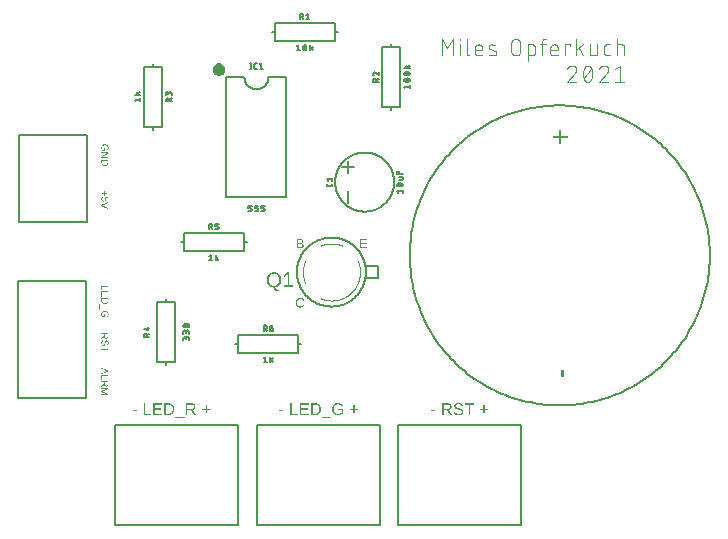
<source format=gbr>
G04 EAGLE Gerber RS-274X export*
G75*
%MOMM*%
%FSLAX34Y34*%
%LPD*%
%INSilkscreen Top*%
%IPPOS*%
%AMOC8*
5,1,8,0,0,1.08239X$1,22.5*%
G01*
G04 Define Apertures*
%ADD10C,0.101600*%
%ADD11C,0.203200*%
%ADD12C,0.127000*%
%ADD13C,0.152400*%
%ADD14C,0.050800*%
%ADD15C,0.200000*%
G36*
X166184Y386148D02*
X166583Y385006D01*
X167227Y383982D01*
X168082Y383127D01*
X169106Y382483D01*
X170248Y382084D01*
X171450Y381948D01*
X172652Y382084D01*
X173794Y382483D01*
X174818Y383127D01*
X175673Y383982D01*
X176317Y385006D01*
X176716Y386148D01*
X176852Y387350D01*
X176716Y388552D01*
X176317Y389694D01*
X175673Y390718D01*
X174818Y391573D01*
X173794Y392217D01*
X172652Y392616D01*
X171450Y392752D01*
X170248Y392616D01*
X169106Y392217D01*
X168082Y391573D01*
X167227Y390718D01*
X166583Y389694D01*
X166184Y388552D01*
X166048Y387350D01*
X166184Y386148D01*
G37*
G36*
X144796Y99017D02*
X147870Y99017D01*
X150434Y94920D01*
X151974Y94920D01*
X150366Y97362D01*
X149173Y99171D01*
X149447Y99229D01*
X149706Y99304D01*
X149950Y99396D01*
X150179Y99506D01*
X150304Y99580D01*
X150392Y99633D01*
X150591Y99777D01*
X150774Y99938D01*
X150941Y100117D01*
X151092Y100310D01*
X151222Y100513D01*
X151332Y100728D01*
X151422Y100954D01*
X151492Y101190D01*
X151542Y101438D01*
X151572Y101696D01*
X151582Y101966D01*
X151568Y102289D01*
X151526Y102595D01*
X151455Y102882D01*
X151356Y103150D01*
X151228Y103401D01*
X151072Y103633D01*
X150888Y103847D01*
X150675Y104042D01*
X150437Y104217D01*
X150174Y104369D01*
X149888Y104497D01*
X149578Y104602D01*
X149245Y104683D01*
X148887Y104742D01*
X148506Y104777D01*
X148101Y104788D01*
X143458Y104788D01*
X143458Y94920D01*
X144796Y94920D01*
X144796Y99017D01*
G37*
%LPC*%
G36*
X144796Y100075D02*
X144796Y103717D01*
X147968Y103717D01*
X148235Y103710D01*
X148486Y103689D01*
X148721Y103653D01*
X148939Y103604D01*
X149142Y103540D01*
X149328Y103463D01*
X149498Y103371D01*
X149653Y103265D01*
X149790Y103146D01*
X149909Y103014D01*
X150009Y102869D01*
X150091Y102711D01*
X150155Y102540D01*
X150201Y102357D01*
X150228Y102161D01*
X150238Y101952D01*
X150229Y101736D01*
X150201Y101532D01*
X150156Y101340D01*
X150093Y101161D01*
X150012Y100995D01*
X149913Y100840D01*
X149795Y100698D01*
X149660Y100569D01*
X149508Y100453D01*
X149341Y100353D01*
X149159Y100268D01*
X148962Y100198D01*
X148750Y100144D01*
X148523Y100106D01*
X148281Y100083D01*
X148024Y100075D01*
X144796Y100075D01*
G37*
%LPD*%
G36*
X123357Y96013D02*
X116921Y96013D01*
X116921Y99451D01*
X122650Y99451D01*
X122650Y100530D01*
X116921Y100530D01*
X116921Y103696D01*
X123070Y103696D01*
X123070Y104788D01*
X115583Y104788D01*
X115583Y94920D01*
X123357Y94920D01*
X123357Y96013D01*
G37*
G36*
X113939Y96013D02*
X108952Y96013D01*
X108952Y104788D01*
X107614Y104788D01*
X107614Y94920D01*
X113939Y94920D01*
X113939Y96013D01*
G37*
G36*
X161325Y99178D02*
X164294Y99178D01*
X164294Y100201D01*
X161325Y100201D01*
X161325Y103198D01*
X160295Y103198D01*
X160295Y100201D01*
X157325Y100201D01*
X157325Y99178D01*
X160295Y99178D01*
X160295Y96181D01*
X161325Y96181D01*
X161325Y99178D01*
G37*
G36*
X142451Y92980D02*
X134095Y92980D01*
X134095Y92069D01*
X142451Y92069D01*
X142451Y92980D01*
G37*
G36*
X101795Y99290D02*
X98294Y99290D01*
X98294Y98170D01*
X101795Y98170D01*
X101795Y99290D01*
G37*
G36*
X253376Y94930D02*
X253717Y94958D01*
X254048Y95006D01*
X254369Y95072D01*
X254679Y95158D01*
X254978Y95263D01*
X255267Y95387D01*
X255545Y95529D01*
X255811Y95690D01*
X256060Y95867D01*
X256295Y96062D01*
X256514Y96273D01*
X256717Y96500D01*
X256904Y96745D01*
X257077Y97006D01*
X257233Y97284D01*
X257373Y97576D01*
X257494Y97880D01*
X257596Y98196D01*
X257680Y98524D01*
X257745Y98864D01*
X257791Y99216D01*
X257819Y99580D01*
X257828Y99956D01*
X257807Y100519D01*
X257743Y101049D01*
X257637Y101545D01*
X257488Y102009D01*
X257296Y102439D01*
X257062Y102836D01*
X256786Y103200D01*
X256466Y103531D01*
X256108Y103826D01*
X255714Y104081D01*
X255284Y104297D01*
X254818Y104474D01*
X254316Y104612D01*
X253779Y104710D01*
X253206Y104769D01*
X252597Y104788D01*
X249333Y104788D01*
X249333Y94920D01*
X253024Y94920D01*
X253376Y94930D01*
G37*
%LPC*%
G36*
X250671Y95992D02*
X250671Y103717D01*
X252569Y103717D01*
X253031Y103702D01*
X253465Y103657D01*
X253871Y103581D01*
X254249Y103476D01*
X254598Y103341D01*
X254920Y103175D01*
X255213Y102979D01*
X255479Y102754D01*
X255714Y102499D01*
X255918Y102218D01*
X256091Y101909D01*
X256232Y101573D01*
X256342Y101209D01*
X256421Y100819D01*
X256468Y100401D01*
X256484Y99956D01*
X256477Y99656D01*
X256456Y99367D01*
X256422Y99087D01*
X256373Y98818D01*
X256311Y98558D01*
X256236Y98309D01*
X256146Y98070D01*
X256043Y97841D01*
X255926Y97623D01*
X255798Y97419D01*
X255658Y97227D01*
X255506Y97049D01*
X255342Y96884D01*
X255166Y96732D01*
X254978Y96593D01*
X254778Y96468D01*
X254568Y96356D01*
X254350Y96259D01*
X254124Y96178D01*
X253890Y96111D01*
X253647Y96059D01*
X253396Y96021D01*
X253137Y95999D01*
X252870Y95992D01*
X250671Y95992D01*
G37*
%LPD*%
G36*
X272492Y94787D02*
X272816Y94807D01*
X273134Y94842D01*
X273445Y94889D01*
X273751Y94951D01*
X274051Y95026D01*
X274344Y95115D01*
X274632Y95218D01*
X275179Y95459D01*
X275681Y95746D01*
X276140Y96077D01*
X276554Y96454D01*
X276554Y99858D01*
X272373Y99858D01*
X272373Y98737D01*
X275322Y98737D01*
X275322Y96958D01*
X275042Y96719D01*
X274724Y96506D01*
X274365Y96320D01*
X273966Y96160D01*
X273540Y96031D01*
X273097Y95939D01*
X272638Y95884D01*
X272163Y95866D01*
X271751Y95882D01*
X271361Y95933D01*
X270995Y96018D01*
X270652Y96136D01*
X270331Y96288D01*
X270034Y96474D01*
X269760Y96694D01*
X269508Y96948D01*
X269284Y97230D01*
X269089Y97538D01*
X268924Y97870D01*
X268789Y98227D01*
X268684Y98608D01*
X268609Y99014D01*
X268564Y99444D01*
X268549Y99900D01*
X268563Y100356D01*
X268605Y100785D01*
X268676Y101189D01*
X268775Y101566D01*
X268902Y101916D01*
X269057Y102240D01*
X269241Y102538D01*
X269452Y102810D01*
X269691Y103052D01*
X269954Y103262D01*
X270243Y103439D01*
X270557Y103585D01*
X270896Y103698D01*
X271261Y103778D01*
X271650Y103827D01*
X272065Y103843D01*
X272334Y103837D01*
X272592Y103819D01*
X272839Y103789D01*
X273074Y103747D01*
X273298Y103692D01*
X273511Y103626D01*
X273713Y103548D01*
X273903Y103458D01*
X274083Y103354D01*
X274253Y103237D01*
X274413Y103105D01*
X274562Y102959D01*
X274702Y102798D01*
X274832Y102624D01*
X275062Y102232D01*
X276337Y102610D01*
X276191Y102904D01*
X276031Y103178D01*
X275856Y103431D01*
X275666Y103662D01*
X275462Y103874D01*
X275243Y104064D01*
X275010Y104233D01*
X274761Y104382D01*
X274496Y104512D01*
X274211Y104624D01*
X273908Y104719D01*
X273585Y104797D01*
X273242Y104858D01*
X272881Y104901D01*
X272500Y104927D01*
X272100Y104935D01*
X271533Y104915D01*
X270999Y104853D01*
X270497Y104750D01*
X270028Y104606D01*
X269592Y104421D01*
X269188Y104195D01*
X268817Y103927D01*
X268479Y103619D01*
X268177Y103273D01*
X267915Y102892D01*
X267694Y102479D01*
X267512Y102031D01*
X267371Y101549D01*
X267271Y101033D01*
X267210Y100483D01*
X267190Y99900D01*
X267199Y99514D01*
X267227Y99141D01*
X267273Y98781D01*
X267338Y98433D01*
X267421Y98099D01*
X267523Y97777D01*
X267643Y97468D01*
X267782Y97172D01*
X267938Y96890D01*
X268111Y96626D01*
X268300Y96379D01*
X268506Y96148D01*
X268728Y95935D01*
X268967Y95738D01*
X269222Y95559D01*
X269494Y95396D01*
X269781Y95252D01*
X270081Y95127D01*
X270395Y95021D01*
X270722Y94934D01*
X271062Y94867D01*
X271416Y94818D01*
X271783Y94790D01*
X272163Y94780D01*
X272492Y94787D01*
G37*
G36*
X247545Y96013D02*
X241108Y96013D01*
X241108Y99451D01*
X246837Y99451D01*
X246837Y100530D01*
X241108Y100530D01*
X241108Y103696D01*
X247257Y103696D01*
X247257Y104788D01*
X239770Y104788D01*
X239770Y94920D01*
X247545Y94920D01*
X247545Y96013D01*
G37*
G36*
X238126Y96013D02*
X233139Y96013D01*
X233139Y104788D01*
X231802Y104788D01*
X231802Y94920D01*
X238126Y94920D01*
X238126Y96013D01*
G37*
G36*
X286325Y99178D02*
X289294Y99178D01*
X289294Y100201D01*
X286325Y100201D01*
X286325Y103198D01*
X285295Y103198D01*
X285295Y100201D01*
X282325Y100201D01*
X282325Y99178D01*
X285295Y99178D01*
X285295Y96181D01*
X286325Y96181D01*
X286325Y99178D01*
G37*
G36*
X266638Y92980D02*
X258283Y92980D01*
X258283Y92069D01*
X266638Y92069D01*
X266638Y92980D01*
G37*
G36*
X225983Y99290D02*
X222481Y99290D01*
X222481Y98170D01*
X225983Y98170D01*
X225983Y99290D01*
G37*
G36*
X361733Y99017D02*
X364808Y99017D01*
X367371Y94920D01*
X368912Y94920D01*
X367303Y97362D01*
X366110Y99171D01*
X366385Y99229D01*
X366644Y99304D01*
X366888Y99396D01*
X367116Y99506D01*
X367241Y99580D01*
X367330Y99633D01*
X367528Y99777D01*
X367711Y99938D01*
X367879Y100117D01*
X368029Y100310D01*
X368159Y100513D01*
X368269Y100728D01*
X368360Y100954D01*
X368430Y101190D01*
X368480Y101438D01*
X368510Y101696D01*
X368520Y101966D01*
X368506Y102289D01*
X368463Y102595D01*
X368392Y102882D01*
X368293Y103150D01*
X368165Y103401D01*
X368010Y103633D01*
X367825Y103847D01*
X367613Y104042D01*
X367374Y104217D01*
X367112Y104369D01*
X366826Y104497D01*
X366516Y104602D01*
X366182Y104683D01*
X365825Y104742D01*
X365444Y104777D01*
X365039Y104788D01*
X360395Y104788D01*
X360395Y94920D01*
X361733Y94920D01*
X361733Y99017D01*
G37*
%LPC*%
G36*
X361733Y100075D02*
X361733Y103717D01*
X364906Y103717D01*
X365173Y103710D01*
X365423Y103689D01*
X365658Y103653D01*
X365877Y103604D01*
X366079Y103540D01*
X366266Y103463D01*
X366436Y103371D01*
X366590Y103265D01*
X366727Y103146D01*
X366846Y103014D01*
X366947Y102869D01*
X367029Y102711D01*
X367093Y102540D01*
X367138Y102357D01*
X367166Y102161D01*
X367175Y101952D01*
X367166Y101736D01*
X367139Y101532D01*
X367094Y101340D01*
X367031Y101161D01*
X366949Y100995D01*
X366850Y100840D01*
X366733Y100698D01*
X366597Y100569D01*
X366445Y100453D01*
X366278Y100353D01*
X366096Y100268D01*
X365899Y100198D01*
X365688Y100144D01*
X365461Y100106D01*
X365219Y100083D01*
X364962Y100075D01*
X361733Y100075D01*
G37*
%LPD*%
G36*
X374866Y94792D02*
X375311Y94827D01*
X375728Y94885D01*
X376117Y94967D01*
X376480Y95073D01*
X376815Y95201D01*
X377123Y95354D01*
X377403Y95529D01*
X377654Y95726D01*
X377871Y95943D01*
X378054Y96178D01*
X378204Y96433D01*
X378321Y96707D01*
X378405Y97000D01*
X378455Y97313D01*
X378471Y97644D01*
X378462Y97905D01*
X378434Y98149D01*
X378387Y98375D01*
X378321Y98583D01*
X378238Y98776D01*
X378141Y98956D01*
X378030Y99123D01*
X377904Y99276D01*
X377614Y99548D01*
X377277Y99774D01*
X376903Y99964D01*
X376503Y100127D01*
X376080Y100267D01*
X375638Y100386D01*
X374731Y100600D01*
X374108Y100745D01*
X373598Y100878D01*
X373201Y100999D01*
X372917Y101108D01*
X372703Y101217D01*
X372515Y101337D01*
X372355Y101469D01*
X372220Y101612D01*
X372115Y101771D01*
X372039Y101949D01*
X371994Y102147D01*
X371979Y102365D01*
X371989Y102553D01*
X372018Y102730D01*
X372066Y102894D01*
X372135Y103046D01*
X372222Y103186D01*
X372329Y103314D01*
X372456Y103431D01*
X372602Y103535D01*
X372767Y103627D01*
X372949Y103706D01*
X373148Y103774D01*
X373366Y103829D01*
X373600Y103872D01*
X373852Y103902D01*
X374122Y103921D01*
X374409Y103927D01*
X374919Y103905D01*
X375370Y103838D01*
X375574Y103789D01*
X375763Y103728D01*
X375937Y103656D01*
X376097Y103573D01*
X376243Y103478D01*
X376377Y103369D01*
X376499Y103247D01*
X376608Y103112D01*
X376705Y102963D01*
X376790Y102800D01*
X376863Y102624D01*
X376923Y102435D01*
X378240Y102666D01*
X378143Y102965D01*
X378028Y103241D01*
X377897Y103494D01*
X377750Y103725D01*
X377586Y103933D01*
X377405Y104118D01*
X377208Y104281D01*
X376994Y104421D01*
X376759Y104541D01*
X376499Y104646D01*
X376215Y104734D01*
X375906Y104807D01*
X375573Y104863D01*
X375214Y104903D01*
X374831Y104927D01*
X374423Y104935D01*
X373984Y104925D01*
X373572Y104893D01*
X373186Y104839D01*
X372825Y104764D01*
X372491Y104667D01*
X372183Y104549D01*
X371902Y104410D01*
X371646Y104249D01*
X371419Y104068D01*
X371222Y103870D01*
X371055Y103653D01*
X370919Y103417D01*
X370813Y103164D01*
X370737Y102892D01*
X370691Y102603D01*
X370676Y102295D01*
X370688Y102026D01*
X370723Y101773D01*
X370781Y101536D01*
X370862Y101314D01*
X370965Y101108D01*
X371088Y100914D01*
X371233Y100735D01*
X371397Y100569D01*
X371589Y100413D01*
X371812Y100265D01*
X372067Y100124D01*
X372354Y99991D01*
X372692Y99861D01*
X373100Y99732D01*
X373579Y99602D01*
X374129Y99472D01*
X375355Y99185D01*
X375869Y99036D01*
X376307Y98856D01*
X376496Y98752D01*
X376662Y98634D01*
X376806Y98503D01*
X376927Y98359D01*
X377023Y98197D01*
X377092Y98012D01*
X377134Y97805D01*
X377148Y97574D01*
X377137Y97366D01*
X377104Y97170D01*
X377049Y96987D01*
X376972Y96817D01*
X376873Y96660D01*
X376752Y96517D01*
X376609Y96386D01*
X376444Y96268D01*
X376259Y96164D01*
X376055Y96074D01*
X375833Y95997D01*
X375592Y95935D01*
X375333Y95886D01*
X375055Y95851D01*
X374759Y95830D01*
X374444Y95823D01*
X374139Y95830D01*
X373850Y95850D01*
X373578Y95882D01*
X373322Y95928D01*
X373082Y95986D01*
X372859Y96058D01*
X372652Y96143D01*
X372462Y96240D01*
X372288Y96352D01*
X372129Y96478D01*
X371987Y96619D01*
X371860Y96775D01*
X371749Y96946D01*
X371653Y97131D01*
X371573Y97331D01*
X371510Y97546D01*
X370214Y97287D01*
X370297Y96984D01*
X370405Y96700D01*
X370536Y96435D01*
X370691Y96190D01*
X370869Y95965D01*
X371071Y95759D01*
X371297Y95573D01*
X371546Y95407D01*
X371819Y95260D01*
X372116Y95133D01*
X372437Y95025D01*
X372781Y94937D01*
X373149Y94868D01*
X373541Y94819D01*
X373956Y94790D01*
X374395Y94780D01*
X374866Y94792D01*
G37*
G36*
X384168Y103696D02*
X387558Y103696D01*
X387558Y104788D01*
X379447Y104788D01*
X379447Y103696D01*
X382837Y103696D01*
X382837Y94920D01*
X384168Y94920D01*
X384168Y103696D01*
G37*
G36*
X396325Y99178D02*
X399294Y99178D01*
X399294Y100201D01*
X396325Y100201D01*
X396325Y103198D01*
X395295Y103198D01*
X395295Y100201D01*
X392325Y100201D01*
X392325Y99178D01*
X395295Y99178D01*
X395295Y96181D01*
X396325Y96181D01*
X396325Y99178D01*
G37*
G36*
X354577Y99290D02*
X351075Y99290D01*
X351075Y98170D01*
X354577Y98170D01*
X354577Y99290D01*
G37*
G36*
X74079Y275558D02*
X74270Y275583D01*
X74451Y275623D01*
X74623Y275680D01*
X74785Y275753D01*
X74937Y275842D01*
X75080Y275947D01*
X75212Y276068D01*
X75332Y276204D01*
X75436Y276350D01*
X75524Y276507D01*
X75596Y276675D01*
X75652Y276855D01*
X75692Y277045D01*
X75716Y277247D01*
X75724Y277459D01*
X75701Y277810D01*
X75630Y278130D01*
X75512Y278420D01*
X75347Y278681D01*
X77222Y278567D01*
X77222Y275894D01*
X77864Y275894D01*
X77864Y279255D01*
X74684Y279453D01*
X74684Y278714D01*
X74881Y278450D01*
X75011Y278185D01*
X75083Y277911D01*
X75108Y277615D01*
X75086Y277336D01*
X75021Y277088D01*
X74914Y276869D01*
X74763Y276681D01*
X74578Y276530D01*
X74366Y276421D01*
X74127Y276357D01*
X73861Y276335D01*
X73557Y276356D01*
X73288Y276421D01*
X73053Y276528D01*
X72852Y276679D01*
X72691Y276868D01*
X72577Y277089D01*
X72508Y277344D01*
X72485Y277632D01*
X72499Y277867D01*
X72540Y278080D01*
X72608Y278269D01*
X72704Y278434D01*
X72827Y278576D01*
X72978Y278694D01*
X73156Y278789D01*
X73362Y278861D01*
X73274Y279625D01*
X72952Y279534D01*
X72671Y279397D01*
X72430Y279213D01*
X72229Y278983D01*
X72071Y278709D01*
X71958Y278395D01*
X71891Y278042D01*
X71868Y277648D01*
X71877Y277408D01*
X71902Y277182D01*
X71944Y276969D01*
X72002Y276770D01*
X72078Y276584D01*
X72170Y276411D01*
X72279Y276252D01*
X72405Y276106D01*
X72546Y275976D01*
X72699Y275863D01*
X72864Y275767D01*
X73042Y275689D01*
X73232Y275628D01*
X73435Y275585D01*
X73650Y275559D01*
X73878Y275550D01*
X74079Y275558D01*
G37*
G36*
X77864Y270337D02*
X73702Y271965D01*
X72657Y272317D01*
X73702Y272670D01*
X77864Y274306D01*
X77864Y275150D01*
X71952Y272737D01*
X71952Y271906D01*
X77864Y269493D01*
X77864Y270337D01*
G37*
G36*
X75116Y282184D02*
X76912Y282184D01*
X76912Y282801D01*
X75116Y282801D01*
X75116Y284580D01*
X74503Y284580D01*
X74503Y282801D01*
X72707Y282801D01*
X72707Y282184D01*
X74503Y282184D01*
X74503Y280405D01*
X75116Y280405D01*
X75116Y282184D01*
G37*
G36*
X73415Y119656D02*
X74499Y120371D01*
X74579Y120051D01*
X74699Y119768D01*
X74749Y119694D01*
X74862Y119522D01*
X75066Y119311D01*
X75303Y119143D01*
X75567Y119024D01*
X75857Y118952D01*
X76173Y118928D01*
X76367Y118936D01*
X76550Y118961D01*
X76722Y119004D01*
X76883Y119063D01*
X77033Y119140D01*
X77172Y119233D01*
X77300Y119344D01*
X77418Y119471D01*
X77522Y119614D01*
X77613Y119771D01*
X77690Y119943D01*
X77753Y120128D01*
X77802Y120328D01*
X77836Y120542D01*
X77857Y120770D01*
X77864Y121013D01*
X77864Y123795D01*
X71952Y123795D01*
X71952Y122994D01*
X74407Y122994D01*
X74407Y121151D01*
X71952Y119616D01*
X71952Y118693D01*
X73415Y119656D01*
G37*
%LPC*%
G36*
X75913Y119755D02*
X75691Y119820D01*
X75499Y119928D01*
X75336Y120079D01*
X75207Y120270D01*
X75114Y120497D01*
X75059Y120760D01*
X75040Y121059D01*
X75040Y122994D01*
X77222Y122994D01*
X77222Y121093D01*
X77205Y120783D01*
X77155Y120511D01*
X77070Y120278D01*
X76952Y120084D01*
X76801Y119930D01*
X76620Y119821D01*
X76408Y119755D01*
X76165Y119733D01*
X75913Y119755D01*
G37*
%LPD*%
G36*
X77864Y112856D02*
X73765Y114400D01*
X73335Y114545D01*
X72825Y114685D01*
X73234Y114788D01*
X73765Y114950D01*
X77864Y116523D01*
X77864Y117576D01*
X71952Y117576D01*
X71952Y116863D01*
X75896Y116863D01*
X76689Y116880D01*
X77155Y116892D01*
X76694Y116754D01*
X75980Y116519D01*
X71952Y114971D01*
X71952Y114408D01*
X75980Y112881D01*
X76486Y112707D01*
X77155Y112512D01*
X76538Y112540D01*
X75896Y112549D01*
X71952Y112549D01*
X71952Y111828D01*
X77864Y111828D01*
X77864Y112856D01*
G37*
G36*
X77864Y131660D02*
X77864Y132570D01*
X71952Y134983D01*
X71952Y134152D01*
X73681Y133473D01*
X73681Y130779D01*
X71952Y130103D01*
X71952Y129285D01*
X77864Y131660D01*
G37*
%LPC*%
G36*
X74306Y133229D02*
X76249Y132474D01*
X76745Y132294D01*
X77143Y132163D01*
X77260Y132126D01*
X76912Y132012D01*
X76257Y131777D01*
X74306Y131018D01*
X74306Y133229D01*
G37*
%LPD*%
G36*
X72607Y127775D02*
X77864Y127775D01*
X77864Y128576D01*
X71952Y128576D01*
X71952Y124787D01*
X72607Y124787D01*
X72607Y127775D01*
G37*
G36*
X73415Y160156D02*
X74499Y160871D01*
X74579Y160551D01*
X74699Y160268D01*
X74749Y160194D01*
X74862Y160022D01*
X75066Y159811D01*
X75303Y159643D01*
X75567Y159524D01*
X75857Y159452D01*
X76173Y159428D01*
X76367Y159436D01*
X76550Y159461D01*
X76722Y159504D01*
X76883Y159563D01*
X77033Y159640D01*
X77172Y159733D01*
X77300Y159844D01*
X77418Y159971D01*
X77522Y160114D01*
X77613Y160271D01*
X77690Y160443D01*
X77753Y160628D01*
X77802Y160828D01*
X77836Y161042D01*
X77857Y161270D01*
X77864Y161513D01*
X77864Y164295D01*
X71952Y164295D01*
X71952Y163494D01*
X74407Y163494D01*
X74407Y161651D01*
X71952Y160116D01*
X71952Y159193D01*
X73415Y160156D01*
G37*
%LPC*%
G36*
X75913Y160255D02*
X75691Y160320D01*
X75499Y160428D01*
X75336Y160579D01*
X75207Y160770D01*
X75114Y160997D01*
X75059Y161260D01*
X75040Y161559D01*
X75040Y163494D01*
X77222Y163494D01*
X77222Y161593D01*
X77205Y161283D01*
X77155Y161011D01*
X77070Y160778D01*
X76952Y160584D01*
X76801Y160430D01*
X76620Y160321D01*
X76408Y160255D01*
X76165Y160233D01*
X75913Y160255D01*
G37*
%LPD*%
G36*
X73886Y153466D02*
X74147Y153534D01*
X74370Y153642D01*
X74562Y153784D01*
X74725Y153957D01*
X74860Y154159D01*
X74974Y154383D01*
X75072Y154623D01*
X75156Y154876D01*
X75227Y155141D01*
X75355Y155685D01*
X75521Y156363D01*
X75594Y156601D01*
X75659Y156771D01*
X75797Y157012D01*
X75961Y157189D01*
X76057Y157252D01*
X76163Y157297D01*
X76282Y157325D01*
X76413Y157334D01*
X76631Y157310D01*
X76821Y157240D01*
X76981Y157124D01*
X77113Y156960D01*
X77216Y156752D01*
X77290Y156503D01*
X77334Y156211D01*
X77348Y155878D01*
X77335Y155572D01*
X77295Y155302D01*
X77229Y155066D01*
X77136Y154866D01*
X77014Y154698D01*
X76860Y154560D01*
X76673Y154451D01*
X76454Y154371D01*
X76593Y153582D01*
X76937Y153709D01*
X77227Y153876D01*
X77463Y154083D01*
X77560Y154201D01*
X77644Y154329D01*
X77779Y154625D01*
X77875Y154981D01*
X77933Y155395D01*
X77953Y155869D01*
X77946Y156132D01*
X77927Y156379D01*
X77895Y156611D01*
X77850Y156826D01*
X77792Y157027D01*
X77721Y157211D01*
X77638Y157380D01*
X77541Y157533D01*
X77433Y157669D01*
X77314Y157787D01*
X77184Y157887D01*
X77043Y157969D01*
X76891Y158032D01*
X76729Y158078D01*
X76555Y158105D01*
X76371Y158114D01*
X76210Y158107D01*
X76058Y158086D01*
X75916Y158052D01*
X75783Y158003D01*
X75543Y157867D01*
X75336Y157682D01*
X75154Y157434D01*
X74990Y157109D01*
X74835Y156662D01*
X74680Y156045D01*
X74507Y155311D01*
X74418Y155003D01*
X74310Y154740D01*
X74177Y154528D01*
X74012Y154369D01*
X73915Y154311D01*
X73805Y154270D01*
X73680Y154245D01*
X73542Y154237D01*
X73417Y154243D01*
X73300Y154263D01*
X73089Y154342D01*
X72909Y154474D01*
X72760Y154659D01*
X72643Y154892D01*
X72560Y155169D01*
X72510Y155491D01*
X72493Y155857D01*
X72509Y156212D01*
X72556Y156529D01*
X72634Y156806D01*
X72743Y157044D01*
X72886Y157243D01*
X73063Y157405D01*
X73277Y157529D01*
X73526Y157615D01*
X73370Y158391D01*
X73188Y158341D01*
X73018Y158277D01*
X72860Y158198D01*
X72713Y158105D01*
X72578Y157999D01*
X72455Y157877D01*
X72343Y157742D01*
X72244Y157593D01*
X72156Y157429D01*
X72079Y157251D01*
X72015Y157059D01*
X71962Y156853D01*
X71921Y156632D01*
X71892Y156398D01*
X71874Y156149D01*
X71868Y155886D01*
X71875Y155604D01*
X71896Y155337D01*
X71931Y155088D01*
X71980Y154854D01*
X72043Y154637D01*
X72121Y154436D01*
X72212Y154252D01*
X72317Y154084D01*
X72435Y153934D01*
X72565Y153804D01*
X72706Y153694D01*
X72858Y153604D01*
X73023Y153534D01*
X73198Y153484D01*
X73386Y153454D01*
X73584Y153444D01*
X73886Y153466D01*
G37*
G36*
X77864Y152870D02*
X77210Y152870D01*
X77210Y150839D01*
X71952Y150839D01*
X71952Y150041D01*
X77210Y150041D01*
X77210Y148010D01*
X77864Y148010D01*
X77864Y152870D01*
G37*
G36*
X75306Y188718D02*
X75624Y188756D01*
X75921Y188820D01*
X76199Y188909D01*
X76457Y189024D01*
X76695Y189164D01*
X76913Y189330D01*
X77111Y189521D01*
X77288Y189736D01*
X77441Y189972D01*
X77570Y190230D01*
X77676Y190509D01*
X77758Y190809D01*
X77817Y191131D01*
X77853Y191475D01*
X77864Y191840D01*
X77864Y193795D01*
X71952Y193795D01*
X71952Y191584D01*
X71975Y191168D01*
X72043Y190778D01*
X72157Y190413D01*
X72317Y190073D01*
X72520Y189764D01*
X72762Y189493D01*
X73045Y189259D01*
X73368Y189062D01*
X73726Y188906D01*
X74111Y188794D01*
X74526Y188727D01*
X74969Y188705D01*
X75306Y188718D01*
G37*
%LPC*%
G36*
X74616Y189527D02*
X74287Y189577D01*
X73982Y189659D01*
X73702Y189775D01*
X73449Y189922D01*
X73228Y190097D01*
X73038Y190300D01*
X72879Y190533D01*
X72755Y190789D01*
X72665Y191065D01*
X72612Y191361D01*
X72594Y191676D01*
X72594Y192994D01*
X77222Y192994D01*
X77222Y191856D01*
X77213Y191580D01*
X77186Y191319D01*
X77141Y191076D01*
X77078Y190850D01*
X76997Y190640D01*
X76898Y190448D01*
X76781Y190272D01*
X76645Y190113D01*
X76493Y189972D01*
X76324Y189849D01*
X76139Y189746D01*
X75938Y189661D01*
X75720Y189595D01*
X75486Y189548D01*
X75236Y189520D01*
X74969Y189511D01*
X74616Y189527D01*
G37*
%LPD*%
G36*
X74910Y179963D02*
X74239Y179963D01*
X74239Y178196D01*
X73173Y178196D01*
X73030Y178363D01*
X72902Y178554D01*
X72791Y178769D01*
X72695Y179008D01*
X72618Y179264D01*
X72563Y179529D01*
X72529Y179804D01*
X72518Y180089D01*
X72529Y180336D01*
X72559Y180569D01*
X72610Y180788D01*
X72681Y180994D01*
X72772Y181186D01*
X72883Y181364D01*
X73015Y181528D01*
X73167Y181679D01*
X73336Y181814D01*
X73520Y181930D01*
X73719Y182029D01*
X73933Y182110D01*
X74162Y182173D01*
X74405Y182218D01*
X74663Y182245D01*
X74935Y182254D01*
X75209Y182245D01*
X75466Y182220D01*
X75708Y182178D01*
X75934Y182118D01*
X76144Y182042D01*
X76338Y181949D01*
X76516Y181839D01*
X76679Y181712D01*
X76824Y181570D01*
X76950Y181412D01*
X77056Y181239D01*
X77143Y181051D01*
X77211Y180847D01*
X77259Y180629D01*
X77288Y180396D01*
X77298Y180147D01*
X77283Y179831D01*
X77240Y179543D01*
X77168Y179281D01*
X77067Y179046D01*
X76935Y178836D01*
X76768Y178651D01*
X76568Y178489D01*
X76333Y178351D01*
X76559Y177588D01*
X76900Y177771D01*
X77190Y177989D01*
X77430Y178243D01*
X77621Y178532D01*
X77766Y178861D01*
X77870Y179237D01*
X77932Y179658D01*
X77953Y180126D01*
X77940Y180466D01*
X77903Y180786D01*
X77842Y181086D01*
X77755Y181367D01*
X77644Y181629D01*
X77509Y181871D01*
X77349Y182093D01*
X77164Y182296D01*
X76956Y182477D01*
X76729Y182634D01*
X76481Y182766D01*
X76212Y182875D01*
X75923Y182959D01*
X75614Y183020D01*
X75285Y183056D01*
X74935Y183068D01*
X74481Y183046D01*
X74057Y182979D01*
X73664Y182868D01*
X73301Y182713D01*
X72974Y182516D01*
X72688Y182279D01*
X72442Y182003D01*
X72237Y181687D01*
X72076Y181336D01*
X71960Y180952D01*
X71891Y180536D01*
X71868Y180089D01*
X71884Y179697D01*
X71934Y179320D01*
X72016Y178958D01*
X72130Y178609D01*
X72275Y178282D01*
X72447Y177980D01*
X72645Y177706D01*
X72871Y177458D01*
X74910Y177458D01*
X74910Y179963D01*
G37*
G36*
X72607Y198712D02*
X74667Y198712D01*
X74667Y195280D01*
X75313Y195280D01*
X75313Y198712D01*
X77210Y198712D01*
X77210Y195028D01*
X77864Y195028D01*
X77864Y199514D01*
X71952Y199514D01*
X71952Y194856D01*
X72607Y194856D01*
X72607Y198712D01*
G37*
G36*
X72607Y203494D02*
X77864Y203494D01*
X77864Y204295D01*
X71952Y204295D01*
X71952Y200506D01*
X72607Y200506D01*
X72607Y203494D01*
G37*
G36*
X70790Y188411D02*
X70244Y188411D01*
X70244Y183405D01*
X70790Y183405D01*
X70790Y188411D01*
G37*
G36*
X297157Y236810D02*
X292010Y236810D01*
X292010Y239559D01*
X296591Y239559D01*
X296591Y240422D01*
X292010Y240422D01*
X292010Y242953D01*
X296927Y242953D01*
X296927Y243826D01*
X290941Y243826D01*
X290941Y235936D01*
X297157Y235936D01*
X297157Y236810D01*
G37*
G36*
X240648Y235945D02*
X240962Y235973D01*
X241256Y236018D01*
X241532Y236082D01*
X241790Y236165D01*
X242028Y236265D01*
X242248Y236384D01*
X242449Y236521D01*
X242629Y236675D01*
X242785Y236843D01*
X242917Y237026D01*
X243025Y237223D01*
X243109Y237435D01*
X243169Y237662D01*
X243205Y237903D01*
X243217Y238159D01*
X243209Y238352D01*
X243185Y238537D01*
X243145Y238713D01*
X243089Y238881D01*
X243018Y239040D01*
X242930Y239191D01*
X242826Y239333D01*
X242707Y239467D01*
X242635Y239533D01*
X242573Y239590D01*
X242425Y239700D01*
X242264Y239798D01*
X242090Y239883D01*
X241902Y239956D01*
X241700Y240015D01*
X241485Y240062D01*
X241257Y240097D01*
X241595Y240198D01*
X241892Y240338D01*
X242149Y240517D01*
X242198Y240566D01*
X242365Y240735D01*
X242537Y240987D01*
X242659Y241267D01*
X242733Y241575D01*
X242751Y241740D01*
X242757Y241911D01*
X242747Y242143D01*
X242714Y242360D01*
X242660Y242562D01*
X242584Y242749D01*
X242486Y242921D01*
X242367Y243078D01*
X242226Y243220D01*
X242063Y243348D01*
X241879Y243460D01*
X241672Y243557D01*
X241445Y243639D01*
X241195Y243707D01*
X240924Y243759D01*
X240631Y243796D01*
X240316Y243819D01*
X239980Y243826D01*
X237113Y243826D01*
X237113Y235936D01*
X240316Y235936D01*
X240648Y235945D01*
G37*
%LPC*%
G36*
X238182Y236793D02*
X238182Y239638D01*
X240176Y239638D01*
X240635Y239616D01*
X241033Y239550D01*
X241209Y239501D01*
X241370Y239441D01*
X241516Y239371D01*
X241646Y239289D01*
X241761Y239196D01*
X241860Y239093D01*
X241944Y238979D01*
X242013Y238853D01*
X242067Y238717D01*
X242105Y238570D01*
X242128Y238412D01*
X242136Y238243D01*
X242129Y238068D01*
X242108Y237904D01*
X242073Y237752D01*
X242024Y237610D01*
X241961Y237480D01*
X241884Y237361D01*
X241793Y237253D01*
X241688Y237157D01*
X241568Y237071D01*
X241431Y236998D01*
X241277Y236935D01*
X241107Y236884D01*
X240920Y236844D01*
X240717Y236816D01*
X240260Y236793D01*
X238182Y236793D01*
G37*
G36*
X238182Y240472D02*
X238182Y242970D01*
X239980Y242970D01*
X240370Y242952D01*
X240711Y242901D01*
X241003Y242815D01*
X241245Y242695D01*
X241348Y242621D01*
X241437Y242535D01*
X241512Y242438D01*
X241573Y242330D01*
X241621Y242210D01*
X241655Y242079D01*
X241675Y241936D01*
X241682Y241782D01*
X241676Y241621D01*
X241656Y241471D01*
X241623Y241331D01*
X241577Y241202D01*
X241517Y241084D01*
X241444Y240977D01*
X241359Y240880D01*
X241259Y240794D01*
X241021Y240653D01*
X240728Y240552D01*
X240381Y240492D01*
X239980Y240472D01*
X238182Y240472D01*
G37*
%LPD*%
G36*
X240576Y185832D02*
X240854Y185857D01*
X241123Y185899D01*
X241383Y185957D01*
X241634Y186032D01*
X241877Y186123D01*
X242111Y186231D01*
X242336Y186356D01*
X242550Y186497D01*
X242752Y186652D01*
X242942Y186824D01*
X243119Y187010D01*
X243284Y187211D01*
X243437Y187428D01*
X243577Y187660D01*
X243705Y187907D01*
X242831Y188344D01*
X242610Y187959D01*
X242363Y187626D01*
X242090Y187344D01*
X241791Y187113D01*
X241467Y186934D01*
X241117Y186806D01*
X240932Y186761D01*
X240741Y186729D01*
X240543Y186710D01*
X240339Y186703D01*
X240024Y186717D01*
X239726Y186758D01*
X239444Y186827D01*
X239179Y186924D01*
X238931Y187048D01*
X238700Y187199D01*
X238485Y187378D01*
X238287Y187585D01*
X238109Y187815D01*
X237955Y188062D01*
X237825Y188327D01*
X237718Y188609D01*
X237635Y188910D01*
X237576Y189228D01*
X237540Y189564D01*
X237528Y189918D01*
X237540Y190275D01*
X237574Y190612D01*
X237631Y190930D01*
X237710Y191229D01*
X237813Y191508D01*
X237938Y191767D01*
X238086Y192007D01*
X238256Y192228D01*
X238447Y192425D01*
X238657Y192596D01*
X238884Y192741D01*
X239130Y192860D01*
X239394Y192952D01*
X239676Y193018D01*
X239976Y193057D01*
X240295Y193070D01*
X240698Y193048D01*
X241072Y192979D01*
X241419Y192866D01*
X241737Y192706D01*
X242020Y192504D01*
X242261Y192261D01*
X242461Y191978D01*
X242619Y191654D01*
X243632Y191990D01*
X243526Y192224D01*
X243405Y192444D01*
X243271Y192649D01*
X243123Y192839D01*
X242960Y193015D01*
X242784Y193175D01*
X242593Y193321D01*
X242389Y193451D01*
X242171Y193567D01*
X241940Y193667D01*
X241696Y193751D01*
X241440Y193821D01*
X241170Y193875D01*
X240887Y193913D01*
X240592Y193936D01*
X240283Y193944D01*
X239845Y193927D01*
X239431Y193877D01*
X239041Y193794D01*
X238676Y193677D01*
X238336Y193526D01*
X238020Y193342D01*
X237728Y193125D01*
X237461Y192874D01*
X237222Y192594D01*
X237015Y192288D01*
X236840Y191957D01*
X236697Y191600D01*
X236585Y191218D01*
X236505Y190810D01*
X236458Y190377D01*
X236442Y189918D01*
X236449Y189608D01*
X236470Y189309D01*
X236506Y189020D01*
X236556Y188742D01*
X236620Y188475D01*
X236698Y188218D01*
X236791Y187972D01*
X236898Y187736D01*
X237019Y187513D01*
X237152Y187302D01*
X237299Y187105D01*
X237458Y186922D01*
X237631Y186751D01*
X237816Y186594D01*
X238014Y186450D01*
X238225Y186320D01*
X238448Y186203D01*
X238681Y186103D01*
X238924Y186018D01*
X239177Y185948D01*
X239440Y185894D01*
X239713Y185855D01*
X239996Y185832D01*
X240289Y185824D01*
X240576Y185832D01*
G37*
G36*
X75306Y305874D02*
X75624Y305912D01*
X75921Y305976D01*
X76199Y306065D01*
X76457Y306180D01*
X76695Y306320D01*
X76913Y306486D01*
X77111Y306678D01*
X77288Y306892D01*
X77441Y307128D01*
X77570Y307386D01*
X77676Y307665D01*
X77758Y307966D01*
X77817Y308288D01*
X77853Y308631D01*
X77864Y308996D01*
X77864Y310951D01*
X71952Y310951D01*
X71952Y308740D01*
X71975Y308325D01*
X72043Y307934D01*
X72157Y307569D01*
X72317Y307229D01*
X72520Y306921D01*
X72762Y306649D01*
X73045Y306415D01*
X73368Y306218D01*
X73726Y306062D01*
X74111Y305951D01*
X74526Y305884D01*
X74969Y305861D01*
X75306Y305874D01*
G37*
%LPC*%
G36*
X74616Y306684D02*
X74287Y306733D01*
X73982Y306816D01*
X73702Y306931D01*
X73449Y307078D01*
X73228Y307253D01*
X73038Y307457D01*
X72879Y307689D01*
X72755Y307945D01*
X72665Y308221D01*
X72612Y308517D01*
X72594Y308832D01*
X72594Y310150D01*
X77222Y310150D01*
X77222Y309013D01*
X77213Y308736D01*
X77186Y308476D01*
X77141Y308233D01*
X77078Y308006D01*
X76997Y307797D01*
X76898Y307604D01*
X76781Y307428D01*
X76645Y307269D01*
X76493Y307128D01*
X76324Y307006D01*
X76139Y306902D01*
X75938Y306818D01*
X75720Y306752D01*
X75486Y306705D01*
X75236Y306676D01*
X74969Y306667D01*
X74616Y306684D01*
G37*
%LPD*%
G36*
X77864Y313091D02*
X73987Y313091D01*
X73505Y313079D01*
X72795Y313041D01*
X77864Y316239D01*
X77864Y317170D01*
X71952Y317170D01*
X71952Y316457D01*
X75880Y316457D01*
X76580Y316478D01*
X76987Y316499D01*
X71952Y313335D01*
X71952Y312370D01*
X77864Y312370D01*
X77864Y313091D01*
G37*
G36*
X74910Y321025D02*
X74239Y321025D01*
X74239Y319259D01*
X73173Y319259D01*
X73030Y319426D01*
X72902Y319617D01*
X72791Y319832D01*
X72695Y320071D01*
X72618Y320326D01*
X72563Y320591D01*
X72529Y320866D01*
X72518Y321151D01*
X72529Y321398D01*
X72559Y321631D01*
X72610Y321851D01*
X72681Y322056D01*
X72772Y322248D01*
X72883Y322426D01*
X73015Y322591D01*
X73167Y322741D01*
X73336Y322876D01*
X73520Y322993D01*
X73719Y323092D01*
X73933Y323173D01*
X74162Y323235D01*
X74405Y323280D01*
X74663Y323307D01*
X74935Y323316D01*
X75209Y323308D01*
X75466Y323282D01*
X75708Y323240D01*
X75934Y323181D01*
X76144Y323105D01*
X76338Y323012D01*
X76516Y322902D01*
X76679Y322775D01*
X76824Y322632D01*
X76950Y322474D01*
X77056Y322301D01*
X77143Y322113D01*
X77211Y321910D01*
X77259Y321692D01*
X77288Y321458D01*
X77298Y321210D01*
X77283Y320894D01*
X77240Y320605D01*
X77168Y320343D01*
X77067Y320108D01*
X76935Y319899D01*
X76768Y319713D01*
X76568Y319552D01*
X76333Y319414D01*
X76559Y318650D01*
X76900Y318833D01*
X77190Y319052D01*
X77430Y319306D01*
X77621Y319594D01*
X77766Y319924D01*
X77870Y320299D01*
X77932Y320721D01*
X77953Y321189D01*
X77940Y321528D01*
X77903Y321848D01*
X77842Y322149D01*
X77755Y322430D01*
X77644Y322691D01*
X77509Y322933D01*
X77349Y323155D01*
X77164Y323358D01*
X76956Y323539D01*
X76729Y323696D01*
X76481Y323829D01*
X76212Y323937D01*
X75923Y324022D01*
X75614Y324082D01*
X75285Y324118D01*
X74935Y324130D01*
X74481Y324108D01*
X74057Y324042D01*
X73664Y323931D01*
X73301Y323776D01*
X72974Y323579D01*
X72688Y323342D01*
X72442Y323066D01*
X72237Y322750D01*
X72076Y322398D01*
X71960Y322014D01*
X71891Y321599D01*
X71868Y321151D01*
X71884Y320760D01*
X71934Y320383D01*
X72016Y320020D01*
X72130Y319672D01*
X72275Y319344D01*
X72447Y319043D01*
X72645Y318768D01*
X72871Y318520D01*
X74910Y318520D01*
X74910Y321025D01*
G37*
G36*
X129188Y94930D02*
X129530Y94958D01*
X129861Y95006D01*
X130181Y95072D01*
X130491Y95158D01*
X130790Y95263D01*
X131079Y95387D01*
X131358Y95529D01*
X131623Y95690D01*
X131873Y95867D01*
X132107Y96062D01*
X132326Y96273D01*
X132529Y96500D01*
X132717Y96745D01*
X132889Y97006D01*
X133046Y97284D01*
X133185Y97576D01*
X133306Y97880D01*
X133408Y98196D01*
X133492Y98524D01*
X133557Y98864D01*
X133604Y99216D01*
X133632Y99580D01*
X133641Y99956D01*
X133620Y100519D01*
X133556Y101049D01*
X133449Y101545D01*
X133300Y102009D01*
X133109Y102439D01*
X132875Y102836D01*
X132598Y103200D01*
X132279Y103531D01*
X131920Y103826D01*
X131526Y104081D01*
X131096Y104297D01*
X130630Y104474D01*
X130129Y104612D01*
X129591Y104710D01*
X129018Y104769D01*
X128409Y104788D01*
X125145Y104788D01*
X125145Y94920D01*
X128836Y94920D01*
X129188Y94930D01*
G37*
%LPC*%
G36*
X126483Y95992D02*
X126483Y103717D01*
X128381Y103717D01*
X128843Y103702D01*
X129277Y103657D01*
X129683Y103581D01*
X130061Y103476D01*
X130411Y103341D01*
X130732Y103175D01*
X131026Y102979D01*
X131291Y102754D01*
X131527Y102499D01*
X131731Y102218D01*
X131904Y101909D01*
X132045Y101573D01*
X132155Y101209D01*
X132233Y100819D01*
X132281Y100401D01*
X132296Y99956D01*
X132289Y99656D01*
X132269Y99367D01*
X132234Y99087D01*
X132186Y98818D01*
X132124Y98558D01*
X132048Y98309D01*
X131958Y98070D01*
X131855Y97841D01*
X131739Y97623D01*
X131611Y97419D01*
X131470Y97227D01*
X131318Y97049D01*
X131154Y96884D01*
X130978Y96732D01*
X130791Y96593D01*
X130591Y96468D01*
X130381Y96356D01*
X130163Y96259D01*
X129937Y96178D01*
X129702Y96111D01*
X129460Y96059D01*
X129209Y96021D01*
X128950Y95999D01*
X128682Y95992D01*
X126483Y95992D01*
G37*
%LPD*%
G36*
X221414Y199823D02*
X221799Y199859D01*
X222193Y199919D01*
X222596Y200003D01*
X222596Y201177D01*
X222082Y201091D01*
X221833Y201070D01*
X221589Y201063D01*
X221371Y201071D01*
X221162Y201094D01*
X220963Y201132D01*
X220773Y201186D01*
X220594Y201255D01*
X220424Y201339D01*
X220264Y201438D01*
X220113Y201553D01*
X219971Y201686D01*
X219836Y201837D01*
X219708Y202008D01*
X219587Y202197D01*
X219365Y202634D01*
X219172Y203147D01*
X219740Y203246D01*
X220277Y203387D01*
X220781Y203571D01*
X221254Y203798D01*
X221695Y204068D01*
X222103Y204381D01*
X222480Y204737D01*
X222824Y205136D01*
X223132Y205571D01*
X223399Y206034D01*
X223625Y206527D01*
X223809Y207049D01*
X223953Y207600D01*
X224056Y208180D01*
X224117Y208789D01*
X224138Y209427D01*
X224126Y209905D01*
X224092Y210367D01*
X224035Y210813D01*
X223955Y211243D01*
X223852Y211656D01*
X223726Y212053D01*
X223578Y212434D01*
X223406Y212799D01*
X223213Y213146D01*
X223000Y213471D01*
X222766Y213775D01*
X222512Y214057D01*
X222237Y214319D01*
X221942Y214559D01*
X221627Y214778D01*
X221291Y214976D01*
X220937Y215151D01*
X220568Y215303D01*
X220183Y215432D01*
X219783Y215538D01*
X219366Y215619D01*
X218935Y215678D01*
X218487Y215713D01*
X218024Y215725D01*
X217668Y215718D01*
X217322Y215699D01*
X216985Y215666D01*
X216659Y215620D01*
X216342Y215562D01*
X216035Y215490D01*
X215738Y215405D01*
X215451Y215308D01*
X215175Y215197D01*
X214907Y215073D01*
X214650Y214936D01*
X214403Y214786D01*
X214166Y214623D01*
X213939Y214447D01*
X213514Y214056D01*
X213134Y213619D01*
X212805Y213141D01*
X212659Y212887D01*
X212526Y212623D01*
X212406Y212349D01*
X212298Y212065D01*
X212203Y211770D01*
X212121Y211466D01*
X212052Y211151D01*
X211995Y210827D01*
X211950Y210492D01*
X211919Y210147D01*
X211900Y209792D01*
X211893Y209427D01*
X211904Y208968D01*
X211935Y208523D01*
X211986Y208092D01*
X212059Y207675D01*
X212152Y207272D01*
X212265Y206883D01*
X212400Y206508D01*
X212555Y206147D01*
X212729Y205803D01*
X212922Y205479D01*
X213134Y205174D01*
X213365Y204888D01*
X213614Y204622D01*
X213882Y204375D01*
X214168Y204148D01*
X214473Y203940D01*
X214794Y203753D01*
X215131Y203588D01*
X215482Y203445D01*
X215849Y203324D01*
X216230Y203225D01*
X216627Y203148D01*
X217038Y203093D01*
X217464Y203060D01*
X217604Y202638D01*
X217755Y202247D01*
X217915Y201887D01*
X218085Y201559D01*
X218264Y201262D01*
X218453Y200996D01*
X218652Y200762D01*
X218861Y200559D01*
X219082Y200384D01*
X219317Y200232D01*
X219567Y200103D01*
X219832Y199998D01*
X220111Y199916D01*
X220405Y199857D01*
X220714Y199822D01*
X221037Y199810D01*
X221414Y199823D01*
G37*
%LPC*%
G36*
X217502Y204404D02*
X217026Y204468D01*
X216577Y204574D01*
X216158Y204723D01*
X215766Y204914D01*
X215403Y205149D01*
X215068Y205425D01*
X214762Y205744D01*
X214488Y206100D01*
X214250Y206485D01*
X214049Y206901D01*
X213885Y207346D01*
X213757Y207821D01*
X213666Y208327D01*
X213611Y208862D01*
X213592Y209427D01*
X213611Y209996D01*
X213665Y210531D01*
X213755Y211035D01*
X213882Y211505D01*
X214044Y211943D01*
X214243Y212349D01*
X214478Y212722D01*
X214749Y213062D01*
X215053Y213366D01*
X215387Y213629D01*
X215751Y213852D01*
X216146Y214034D01*
X216570Y214176D01*
X217025Y214277D01*
X217509Y214338D01*
X218024Y214358D01*
X218535Y214338D01*
X219016Y214276D01*
X219467Y214174D01*
X219889Y214030D01*
X220281Y213845D01*
X220643Y213619D01*
X220975Y213353D01*
X221278Y213045D01*
X221548Y212701D01*
X221782Y212326D01*
X221980Y211920D01*
X222142Y211483D01*
X222268Y211016D01*
X222358Y210517D01*
X222412Y209988D01*
X222430Y209427D01*
X222412Y208842D01*
X222358Y208291D01*
X222269Y207774D01*
X222144Y207291D01*
X221983Y206843D01*
X221787Y206428D01*
X221555Y206047D01*
X221287Y205701D01*
X220986Y205392D01*
X220653Y205124D01*
X220290Y204897D01*
X219895Y204712D01*
X219470Y204568D01*
X219013Y204465D01*
X218526Y204403D01*
X218007Y204382D01*
X217502Y204404D01*
G37*
%LPD*%
G36*
X234081Y204540D02*
X231077Y204540D01*
X231077Y215541D01*
X229623Y215541D01*
X226707Y213535D01*
X226707Y212046D01*
X229492Y214034D01*
X229492Y204540D01*
X226348Y204540D01*
X226348Y203200D01*
X234081Y203200D01*
X234081Y204540D01*
G37*
G36*
X461431Y329085D02*
X466682Y329085D01*
X466682Y330888D01*
X461431Y330888D01*
X461431Y336090D01*
X459640Y336090D01*
X459640Y330888D01*
X454389Y330888D01*
X454389Y329085D01*
X459640Y329085D01*
X459640Y323883D01*
X461431Y323883D01*
X461431Y329085D01*
G37*
G36*
X463198Y133063D02*
X461235Y133063D01*
X461235Y126929D01*
X463198Y126929D01*
X463198Y133063D01*
G37*
D10*
X360023Y399258D02*
X360023Y413242D01*
X364685Y405473D01*
X369346Y413242D01*
X369346Y399258D01*
X375485Y399258D02*
X375485Y408581D01*
X375096Y412465D02*
X375096Y413242D01*
X375873Y413242D01*
X375873Y412465D01*
X375096Y412465D01*
X381125Y413242D02*
X381125Y401589D01*
X381127Y401495D01*
X381133Y401401D01*
X381142Y401308D01*
X381155Y401215D01*
X381172Y401123D01*
X381193Y401031D01*
X381217Y400940D01*
X381245Y400851D01*
X381276Y400762D01*
X381312Y400675D01*
X381350Y400590D01*
X381392Y400506D01*
X381437Y400424D01*
X381486Y400343D01*
X381538Y400265D01*
X381592Y400189D01*
X381650Y400115D01*
X381711Y400043D01*
X381775Y399974D01*
X381841Y399908D01*
X381910Y399844D01*
X381982Y399783D01*
X382056Y399725D01*
X382132Y399671D01*
X382210Y399619D01*
X382291Y399570D01*
X382373Y399525D01*
X382457Y399483D01*
X382542Y399445D01*
X382629Y399409D01*
X382718Y399378D01*
X382807Y399350D01*
X382898Y399326D01*
X382990Y399305D01*
X383082Y399288D01*
X383175Y399275D01*
X383268Y399266D01*
X383362Y399260D01*
X383456Y399258D01*
X390458Y399258D02*
X394342Y399258D01*
X390458Y399258D02*
X390364Y399260D01*
X390270Y399266D01*
X390177Y399275D01*
X390084Y399288D01*
X389992Y399305D01*
X389900Y399326D01*
X389809Y399350D01*
X389720Y399378D01*
X389631Y399409D01*
X389544Y399445D01*
X389459Y399483D01*
X389375Y399525D01*
X389293Y399570D01*
X389212Y399619D01*
X389134Y399671D01*
X389058Y399725D01*
X388984Y399783D01*
X388912Y399844D01*
X388843Y399908D01*
X388777Y399974D01*
X388713Y400043D01*
X388652Y400115D01*
X388594Y400189D01*
X388540Y400265D01*
X388488Y400343D01*
X388439Y400424D01*
X388394Y400506D01*
X388352Y400590D01*
X388314Y400675D01*
X388278Y400762D01*
X388247Y400851D01*
X388219Y400940D01*
X388195Y401031D01*
X388174Y401123D01*
X388157Y401215D01*
X388144Y401308D01*
X388135Y401401D01*
X388129Y401495D01*
X388127Y401589D01*
X388127Y405473D01*
X388129Y405584D01*
X388135Y405695D01*
X388145Y405805D01*
X388159Y405915D01*
X388176Y406025D01*
X388198Y406134D01*
X388224Y406242D01*
X388253Y406349D01*
X388286Y406455D01*
X388323Y406559D01*
X388364Y406662D01*
X388408Y406764D01*
X388456Y406864D01*
X388507Y406963D01*
X388562Y407059D01*
X388620Y407153D01*
X388682Y407246D01*
X388747Y407336D01*
X388815Y407423D01*
X388886Y407508D01*
X388960Y407591D01*
X389037Y407671D01*
X389117Y407748D01*
X389200Y407822D01*
X389285Y407893D01*
X389372Y407961D01*
X389462Y408026D01*
X389555Y408088D01*
X389649Y408146D01*
X389745Y408201D01*
X389844Y408252D01*
X389944Y408300D01*
X390046Y408344D01*
X390149Y408385D01*
X390253Y408422D01*
X390359Y408455D01*
X390466Y408484D01*
X390574Y408510D01*
X390683Y408532D01*
X390793Y408549D01*
X390903Y408563D01*
X391013Y408573D01*
X391124Y408579D01*
X391235Y408581D01*
X391346Y408579D01*
X391457Y408573D01*
X391567Y408563D01*
X391677Y408549D01*
X391787Y408532D01*
X391896Y408510D01*
X392004Y408484D01*
X392111Y408455D01*
X392217Y408422D01*
X392321Y408385D01*
X392424Y408344D01*
X392526Y408300D01*
X392626Y408252D01*
X392725Y408201D01*
X392821Y408146D01*
X392915Y408088D01*
X393008Y408026D01*
X393098Y407961D01*
X393185Y407893D01*
X393270Y407822D01*
X393353Y407748D01*
X393433Y407671D01*
X393510Y407591D01*
X393584Y407508D01*
X393655Y407423D01*
X393723Y407336D01*
X393788Y407246D01*
X393850Y407153D01*
X393908Y407059D01*
X393963Y406963D01*
X394014Y406864D01*
X394062Y406764D01*
X394106Y406662D01*
X394147Y406559D01*
X394184Y406455D01*
X394217Y406349D01*
X394246Y406242D01*
X394272Y406134D01*
X394294Y406025D01*
X394311Y405915D01*
X394325Y405805D01*
X394335Y405695D01*
X394341Y405584D01*
X394343Y405473D01*
X394342Y405473D02*
X394342Y403919D01*
X388127Y403919D01*
X400992Y404696D02*
X404877Y403142D01*
X400993Y404697D02*
X400911Y404732D01*
X400831Y404770D01*
X400753Y404812D01*
X400677Y404857D01*
X400603Y404906D01*
X400530Y404957D01*
X400461Y405012D01*
X400394Y405070D01*
X400329Y405131D01*
X400267Y405195D01*
X400208Y405261D01*
X400152Y405330D01*
X400099Y405401D01*
X400049Y405474D01*
X400003Y405550D01*
X399960Y405627D01*
X399920Y405707D01*
X399884Y405788D01*
X399851Y405870D01*
X399823Y405954D01*
X399797Y406039D01*
X399776Y406125D01*
X399758Y406212D01*
X399745Y406300D01*
X399735Y406388D01*
X399729Y406477D01*
X399727Y406565D01*
X399729Y406654D01*
X399735Y406743D01*
X399744Y406831D01*
X399758Y406918D01*
X399775Y407005D01*
X399797Y407092D01*
X399821Y407177D01*
X399850Y407261D01*
X399883Y407343D01*
X399919Y407424D01*
X399958Y407504D01*
X400001Y407581D01*
X400047Y407657D01*
X400097Y407730D01*
X400150Y407802D01*
X400206Y407871D01*
X400265Y407937D01*
X400326Y408001D01*
X400391Y408062D01*
X400458Y408120D01*
X400528Y408175D01*
X400600Y408226D01*
X400674Y408275D01*
X400750Y408320D01*
X400828Y408362D01*
X400908Y408401D01*
X400990Y408436D01*
X401073Y408467D01*
X401157Y408495D01*
X401243Y408518D01*
X401329Y408538D01*
X401416Y408555D01*
X401504Y408567D01*
X401592Y408576D01*
X401681Y408580D01*
X401770Y408581D01*
X401769Y408580D02*
X401981Y408575D01*
X402193Y408564D01*
X402404Y408548D01*
X402616Y408527D01*
X402826Y408501D01*
X403036Y408470D01*
X403245Y408434D01*
X403453Y408393D01*
X403660Y408347D01*
X403866Y408296D01*
X404071Y408240D01*
X404274Y408180D01*
X404476Y408114D01*
X404676Y408043D01*
X404874Y407968D01*
X405070Y407888D01*
X405265Y407803D01*
X404877Y403142D02*
X404959Y403107D01*
X405039Y403069D01*
X405117Y403027D01*
X405193Y402982D01*
X405267Y402933D01*
X405340Y402882D01*
X405409Y402827D01*
X405476Y402769D01*
X405541Y402708D01*
X405603Y402644D01*
X405662Y402578D01*
X405718Y402509D01*
X405771Y402438D01*
X405821Y402365D01*
X405867Y402289D01*
X405910Y402212D01*
X405950Y402132D01*
X405986Y402051D01*
X406019Y401969D01*
X406047Y401885D01*
X406073Y401800D01*
X406094Y401714D01*
X406112Y401627D01*
X406125Y401539D01*
X406135Y401451D01*
X406141Y401362D01*
X406143Y401274D01*
X406141Y401185D01*
X406135Y401096D01*
X406126Y401008D01*
X406112Y400921D01*
X406095Y400834D01*
X406073Y400747D01*
X406049Y400662D01*
X406020Y400578D01*
X405987Y400496D01*
X405951Y400415D01*
X405912Y400335D01*
X405869Y400258D01*
X405823Y400182D01*
X405773Y400109D01*
X405720Y400037D01*
X405664Y399968D01*
X405605Y399902D01*
X405544Y399838D01*
X405479Y399777D01*
X405412Y399719D01*
X405342Y399664D01*
X405270Y399613D01*
X405196Y399564D01*
X405120Y399519D01*
X405042Y399477D01*
X404962Y399438D01*
X404880Y399403D01*
X404797Y399372D01*
X404713Y399344D01*
X404627Y399321D01*
X404541Y399301D01*
X404454Y399284D01*
X404366Y399272D01*
X404278Y399263D01*
X404189Y399259D01*
X404100Y399258D01*
X404100Y399257D02*
X403788Y399265D01*
X403477Y399281D01*
X403166Y399304D01*
X402856Y399334D01*
X402547Y399372D01*
X402238Y399416D01*
X401931Y399469D01*
X401625Y399528D01*
X401321Y399594D01*
X401018Y399668D01*
X400717Y399749D01*
X400418Y399837D01*
X400121Y399932D01*
X399827Y400034D01*
X418850Y403142D02*
X418850Y409358D01*
X418851Y409358D02*
X418853Y409481D01*
X418859Y409604D01*
X418869Y409727D01*
X418882Y409850D01*
X418900Y409972D01*
X418921Y410093D01*
X418946Y410214D01*
X418975Y410333D01*
X419008Y410452D01*
X419045Y410570D01*
X419085Y410686D01*
X419129Y410802D01*
X419177Y410915D01*
X419228Y411027D01*
X419283Y411138D01*
X419341Y411246D01*
X419403Y411353D01*
X419468Y411458D01*
X419536Y411560D01*
X419607Y411661D01*
X419682Y411759D01*
X419760Y411855D01*
X419840Y411948D01*
X419924Y412038D01*
X420010Y412126D01*
X420100Y412211D01*
X420192Y412293D01*
X420286Y412373D01*
X420383Y412449D01*
X420482Y412522D01*
X420584Y412592D01*
X420687Y412658D01*
X420793Y412722D01*
X420901Y412782D01*
X421010Y412838D01*
X421122Y412891D01*
X421234Y412940D01*
X421349Y412986D01*
X421465Y413028D01*
X421582Y413067D01*
X421700Y413102D01*
X421819Y413133D01*
X421940Y413160D01*
X422061Y413183D01*
X422182Y413202D01*
X422305Y413218D01*
X422427Y413230D01*
X422550Y413238D01*
X422673Y413242D01*
X422797Y413242D01*
X422920Y413238D01*
X423043Y413230D01*
X423165Y413218D01*
X423288Y413202D01*
X423409Y413183D01*
X423530Y413160D01*
X423651Y413133D01*
X423770Y413102D01*
X423888Y413067D01*
X424005Y413028D01*
X424121Y412986D01*
X424236Y412940D01*
X424348Y412891D01*
X424460Y412838D01*
X424569Y412782D01*
X424677Y412722D01*
X424783Y412658D01*
X424886Y412592D01*
X424988Y412522D01*
X425087Y412449D01*
X425184Y412373D01*
X425278Y412293D01*
X425370Y412211D01*
X425460Y412126D01*
X425546Y412038D01*
X425630Y411948D01*
X425710Y411855D01*
X425788Y411759D01*
X425863Y411661D01*
X425934Y411560D01*
X426002Y411458D01*
X426067Y411353D01*
X426129Y411246D01*
X426187Y411138D01*
X426242Y411027D01*
X426293Y410915D01*
X426341Y410802D01*
X426385Y410686D01*
X426425Y410570D01*
X426462Y410452D01*
X426495Y410333D01*
X426524Y410214D01*
X426549Y410093D01*
X426570Y409972D01*
X426588Y409850D01*
X426601Y409727D01*
X426611Y409604D01*
X426617Y409481D01*
X426619Y409358D01*
X426619Y403142D01*
X426617Y403019D01*
X426611Y402896D01*
X426601Y402773D01*
X426588Y402650D01*
X426570Y402528D01*
X426549Y402407D01*
X426524Y402286D01*
X426495Y402167D01*
X426462Y402048D01*
X426425Y401930D01*
X426385Y401814D01*
X426341Y401698D01*
X426293Y401585D01*
X426242Y401473D01*
X426187Y401362D01*
X426129Y401254D01*
X426067Y401147D01*
X426002Y401042D01*
X425934Y400940D01*
X425863Y400839D01*
X425788Y400741D01*
X425710Y400645D01*
X425630Y400552D01*
X425546Y400462D01*
X425460Y400374D01*
X425370Y400289D01*
X425278Y400207D01*
X425184Y400127D01*
X425087Y400051D01*
X424988Y399978D01*
X424886Y399908D01*
X424783Y399842D01*
X424677Y399778D01*
X424569Y399718D01*
X424460Y399662D01*
X424348Y399609D01*
X424236Y399560D01*
X424121Y399514D01*
X424005Y399472D01*
X423888Y399433D01*
X423770Y399398D01*
X423651Y399367D01*
X423530Y399340D01*
X423409Y399317D01*
X423288Y399298D01*
X423165Y399282D01*
X423043Y399270D01*
X422920Y399262D01*
X422797Y399258D01*
X422673Y399258D01*
X422550Y399262D01*
X422427Y399270D01*
X422305Y399282D01*
X422182Y399298D01*
X422061Y399317D01*
X421940Y399340D01*
X421819Y399367D01*
X421700Y399398D01*
X421582Y399433D01*
X421465Y399472D01*
X421349Y399514D01*
X421234Y399560D01*
X421122Y399609D01*
X421010Y399662D01*
X420901Y399718D01*
X420793Y399778D01*
X420687Y399842D01*
X420584Y399908D01*
X420482Y399978D01*
X420383Y400051D01*
X420286Y400127D01*
X420192Y400207D01*
X420100Y400289D01*
X420010Y400374D01*
X419924Y400462D01*
X419840Y400552D01*
X419760Y400645D01*
X419682Y400741D01*
X419607Y400839D01*
X419536Y400940D01*
X419468Y401042D01*
X419403Y401147D01*
X419341Y401254D01*
X419283Y401362D01*
X419228Y401473D01*
X419177Y401585D01*
X419129Y401698D01*
X419085Y401814D01*
X419045Y401930D01*
X419008Y402048D01*
X418975Y402167D01*
X418946Y402286D01*
X418921Y402407D01*
X418900Y402528D01*
X418882Y402650D01*
X418869Y402773D01*
X418859Y402896D01*
X418853Y403019D01*
X418851Y403142D01*
X432741Y408581D02*
X432741Y394597D01*
X432741Y408581D02*
X436626Y408581D01*
X436720Y408579D01*
X436814Y408573D01*
X436907Y408564D01*
X437000Y408551D01*
X437092Y408534D01*
X437184Y408513D01*
X437275Y408489D01*
X437364Y408461D01*
X437453Y408430D01*
X437540Y408394D01*
X437625Y408356D01*
X437709Y408314D01*
X437792Y408269D01*
X437872Y408220D01*
X437950Y408168D01*
X438026Y408114D01*
X438100Y408056D01*
X438172Y407995D01*
X438241Y407931D01*
X438307Y407865D01*
X438371Y407796D01*
X438432Y407724D01*
X438490Y407650D01*
X438544Y407574D01*
X438596Y407496D01*
X438645Y407416D01*
X438690Y407333D01*
X438732Y407249D01*
X438770Y407164D01*
X438806Y407077D01*
X438837Y406988D01*
X438865Y406899D01*
X438889Y406808D01*
X438910Y406716D01*
X438927Y406624D01*
X438940Y406531D01*
X438949Y406438D01*
X438955Y406344D01*
X438957Y406250D01*
X438956Y406250D02*
X438956Y401589D01*
X438957Y401589D02*
X438955Y401493D01*
X438949Y401397D01*
X438939Y401301D01*
X438925Y401205D01*
X438907Y401111D01*
X438886Y401017D01*
X438860Y400924D01*
X438831Y400832D01*
X438798Y400742D01*
X438761Y400653D01*
X438720Y400565D01*
X438676Y400480D01*
X438628Y400396D01*
X438577Y400314D01*
X438523Y400235D01*
X438465Y400157D01*
X438405Y400082D01*
X438341Y400010D01*
X438274Y399941D01*
X438205Y399874D01*
X438133Y399810D01*
X438058Y399750D01*
X437981Y399692D01*
X437901Y399638D01*
X437819Y399587D01*
X437735Y399539D01*
X437650Y399495D01*
X437562Y399454D01*
X437473Y399417D01*
X437383Y399384D01*
X437291Y399355D01*
X437198Y399329D01*
X437104Y399308D01*
X437010Y399290D01*
X436914Y399276D01*
X436819Y399266D01*
X436722Y399260D01*
X436626Y399258D01*
X432741Y399258D01*
X445129Y399258D02*
X445129Y410911D01*
X445131Y411005D01*
X445137Y411099D01*
X445146Y411192D01*
X445159Y411285D01*
X445176Y411377D01*
X445197Y411469D01*
X445221Y411560D01*
X445249Y411649D01*
X445280Y411738D01*
X445316Y411825D01*
X445354Y411910D01*
X445396Y411994D01*
X445441Y412077D01*
X445490Y412157D01*
X445542Y412235D01*
X445596Y412311D01*
X445654Y412385D01*
X445715Y412457D01*
X445779Y412526D01*
X445845Y412592D01*
X445914Y412656D01*
X445986Y412717D01*
X446060Y412775D01*
X446136Y412829D01*
X446214Y412881D01*
X446295Y412930D01*
X446377Y412975D01*
X446461Y413017D01*
X446546Y413055D01*
X446633Y413091D01*
X446722Y413122D01*
X446811Y413150D01*
X446902Y413174D01*
X446994Y413195D01*
X447086Y413212D01*
X447179Y413225D01*
X447272Y413234D01*
X447366Y413240D01*
X447460Y413242D01*
X448237Y413242D01*
X448237Y408581D02*
X443576Y408581D01*
X454358Y399258D02*
X458242Y399258D01*
X454358Y399258D02*
X454264Y399260D01*
X454170Y399266D01*
X454077Y399275D01*
X453984Y399288D01*
X453892Y399305D01*
X453800Y399326D01*
X453709Y399350D01*
X453620Y399378D01*
X453531Y399409D01*
X453444Y399445D01*
X453359Y399483D01*
X453275Y399525D01*
X453193Y399570D01*
X453112Y399619D01*
X453034Y399671D01*
X452958Y399725D01*
X452884Y399783D01*
X452812Y399844D01*
X452743Y399908D01*
X452677Y399974D01*
X452613Y400043D01*
X452552Y400115D01*
X452494Y400189D01*
X452440Y400265D01*
X452388Y400343D01*
X452339Y400424D01*
X452294Y400506D01*
X452252Y400590D01*
X452214Y400675D01*
X452178Y400762D01*
X452147Y400851D01*
X452119Y400940D01*
X452095Y401031D01*
X452074Y401123D01*
X452057Y401215D01*
X452044Y401308D01*
X452035Y401401D01*
X452029Y401495D01*
X452027Y401589D01*
X452027Y405473D01*
X452029Y405584D01*
X452035Y405695D01*
X452045Y405805D01*
X452059Y405915D01*
X452076Y406025D01*
X452098Y406134D01*
X452124Y406242D01*
X452153Y406349D01*
X452186Y406455D01*
X452223Y406559D01*
X452264Y406662D01*
X452308Y406764D01*
X452356Y406864D01*
X452407Y406963D01*
X452462Y407059D01*
X452520Y407153D01*
X452582Y407246D01*
X452647Y407336D01*
X452715Y407423D01*
X452786Y407508D01*
X452860Y407591D01*
X452937Y407671D01*
X453017Y407748D01*
X453100Y407822D01*
X453185Y407893D01*
X453272Y407961D01*
X453362Y408026D01*
X453455Y408088D01*
X453549Y408146D01*
X453645Y408201D01*
X453744Y408252D01*
X453844Y408300D01*
X453946Y408344D01*
X454049Y408385D01*
X454153Y408422D01*
X454259Y408455D01*
X454366Y408484D01*
X454474Y408510D01*
X454583Y408532D01*
X454693Y408549D01*
X454803Y408563D01*
X454913Y408573D01*
X455024Y408579D01*
X455135Y408581D01*
X455246Y408579D01*
X455357Y408573D01*
X455467Y408563D01*
X455577Y408549D01*
X455687Y408532D01*
X455796Y408510D01*
X455904Y408484D01*
X456011Y408455D01*
X456117Y408422D01*
X456221Y408385D01*
X456324Y408344D01*
X456426Y408300D01*
X456526Y408252D01*
X456625Y408201D01*
X456721Y408146D01*
X456815Y408088D01*
X456908Y408026D01*
X456998Y407961D01*
X457085Y407893D01*
X457170Y407822D01*
X457253Y407748D01*
X457333Y407671D01*
X457410Y407591D01*
X457484Y407508D01*
X457555Y407423D01*
X457623Y407336D01*
X457688Y407246D01*
X457750Y407153D01*
X457808Y407059D01*
X457863Y406963D01*
X457914Y406864D01*
X457962Y406764D01*
X458006Y406662D01*
X458047Y406559D01*
X458084Y406455D01*
X458117Y406349D01*
X458146Y406242D01*
X458172Y406134D01*
X458194Y406025D01*
X458211Y405915D01*
X458225Y405805D01*
X458235Y405695D01*
X458241Y405584D01*
X458243Y405473D01*
X458242Y405473D02*
X458242Y403919D01*
X452027Y403919D01*
X464249Y399258D02*
X464249Y408581D01*
X468911Y408581D01*
X468911Y407027D01*
X473775Y413242D02*
X473775Y399258D01*
X473775Y403919D02*
X479990Y408581D01*
X476494Y405862D02*
X479990Y399258D01*
X485327Y401589D02*
X485327Y408581D01*
X485327Y401589D02*
X485329Y401495D01*
X485335Y401401D01*
X485344Y401308D01*
X485357Y401215D01*
X485374Y401123D01*
X485395Y401031D01*
X485419Y400940D01*
X485447Y400851D01*
X485478Y400762D01*
X485514Y400675D01*
X485552Y400590D01*
X485594Y400506D01*
X485639Y400424D01*
X485688Y400343D01*
X485740Y400265D01*
X485794Y400189D01*
X485852Y400115D01*
X485913Y400043D01*
X485977Y399974D01*
X486043Y399908D01*
X486112Y399844D01*
X486184Y399783D01*
X486258Y399725D01*
X486334Y399671D01*
X486412Y399619D01*
X486493Y399570D01*
X486575Y399525D01*
X486659Y399483D01*
X486744Y399445D01*
X486831Y399409D01*
X486920Y399378D01*
X487009Y399350D01*
X487100Y399326D01*
X487192Y399305D01*
X487284Y399288D01*
X487377Y399275D01*
X487470Y399266D01*
X487564Y399260D01*
X487658Y399258D01*
X491542Y399258D01*
X491542Y408581D01*
X499822Y399258D02*
X502930Y399258D01*
X499822Y399258D02*
X499728Y399260D01*
X499634Y399266D01*
X499541Y399275D01*
X499448Y399288D01*
X499356Y399305D01*
X499264Y399326D01*
X499173Y399350D01*
X499084Y399378D01*
X498995Y399409D01*
X498908Y399445D01*
X498823Y399483D01*
X498739Y399525D01*
X498657Y399570D01*
X498576Y399619D01*
X498498Y399671D01*
X498422Y399725D01*
X498348Y399783D01*
X498276Y399844D01*
X498207Y399908D01*
X498141Y399974D01*
X498077Y400043D01*
X498016Y400115D01*
X497958Y400189D01*
X497904Y400265D01*
X497852Y400343D01*
X497803Y400424D01*
X497758Y400506D01*
X497716Y400590D01*
X497678Y400675D01*
X497642Y400762D01*
X497611Y400851D01*
X497583Y400940D01*
X497559Y401031D01*
X497538Y401123D01*
X497521Y401215D01*
X497508Y401308D01*
X497499Y401401D01*
X497493Y401495D01*
X497491Y401589D01*
X497491Y406250D01*
X497493Y406344D01*
X497499Y406438D01*
X497508Y406531D01*
X497521Y406624D01*
X497538Y406716D01*
X497559Y406808D01*
X497583Y406899D01*
X497611Y406988D01*
X497642Y407077D01*
X497678Y407164D01*
X497716Y407249D01*
X497758Y407333D01*
X497803Y407416D01*
X497852Y407496D01*
X497904Y407574D01*
X497959Y407650D01*
X498016Y407724D01*
X498077Y407796D01*
X498141Y407865D01*
X498207Y407931D01*
X498276Y407995D01*
X498348Y408056D01*
X498422Y408114D01*
X498498Y408168D01*
X498576Y408220D01*
X498657Y408269D01*
X498739Y408314D01*
X498823Y408356D01*
X498908Y408394D01*
X498995Y408430D01*
X499084Y408461D01*
X499173Y408489D01*
X499264Y408513D01*
X499356Y408534D01*
X499448Y408551D01*
X499541Y408564D01*
X499634Y408573D01*
X499728Y408579D01*
X499822Y408581D01*
X502930Y408581D01*
X508277Y413242D02*
X508277Y399258D01*
X508277Y408581D02*
X512161Y408581D01*
X512255Y408579D01*
X512349Y408573D01*
X512442Y408564D01*
X512535Y408551D01*
X512627Y408534D01*
X512719Y408513D01*
X512810Y408489D01*
X512899Y408461D01*
X512988Y408430D01*
X513075Y408394D01*
X513160Y408356D01*
X513244Y408314D01*
X513327Y408269D01*
X513407Y408220D01*
X513485Y408168D01*
X513561Y408114D01*
X513635Y408056D01*
X513707Y407995D01*
X513776Y407931D01*
X513842Y407865D01*
X513906Y407796D01*
X513967Y407724D01*
X514025Y407650D01*
X514079Y407574D01*
X514131Y407496D01*
X514180Y407416D01*
X514225Y407333D01*
X514267Y407249D01*
X514305Y407164D01*
X514341Y407077D01*
X514372Y406988D01*
X514400Y406899D01*
X514424Y406808D01*
X514445Y406716D01*
X514462Y406624D01*
X514475Y406531D01*
X514484Y406438D01*
X514490Y406344D01*
X514492Y406250D01*
X514492Y399258D01*
X473992Y387246D02*
X473990Y387363D01*
X473984Y387480D01*
X473974Y387596D01*
X473961Y387712D01*
X473943Y387827D01*
X473922Y387942D01*
X473897Y388056D01*
X473868Y388170D01*
X473835Y388282D01*
X473799Y388393D01*
X473758Y388502D01*
X473715Y388611D01*
X473667Y388718D01*
X473616Y388823D01*
X473562Y388926D01*
X473504Y389028D01*
X473443Y389127D01*
X473378Y389225D01*
X473311Y389320D01*
X473240Y389413D01*
X473166Y389503D01*
X473089Y389591D01*
X473009Y389676D01*
X472926Y389759D01*
X472841Y389839D01*
X472753Y389916D01*
X472663Y389990D01*
X472570Y390061D01*
X472475Y390128D01*
X472377Y390193D01*
X472278Y390254D01*
X472176Y390312D01*
X472073Y390366D01*
X471968Y390417D01*
X471861Y390465D01*
X471752Y390508D01*
X471643Y390549D01*
X471532Y390585D01*
X471420Y390618D01*
X471306Y390647D01*
X471192Y390672D01*
X471077Y390693D01*
X470962Y390711D01*
X470846Y390724D01*
X470730Y390734D01*
X470613Y390740D01*
X470496Y390742D01*
X470365Y390740D01*
X470233Y390734D01*
X470102Y390725D01*
X469972Y390711D01*
X469842Y390694D01*
X469712Y390673D01*
X469583Y390648D01*
X469455Y390620D01*
X469327Y390587D01*
X469201Y390551D01*
X469076Y390512D01*
X468952Y390468D01*
X468829Y390421D01*
X468708Y390371D01*
X468588Y390317D01*
X468470Y390259D01*
X468354Y390198D01*
X468239Y390134D01*
X468127Y390066D01*
X468016Y389995D01*
X467908Y389921D01*
X467802Y389844D01*
X467698Y389764D01*
X467596Y389680D01*
X467497Y389594D01*
X467401Y389505D01*
X467307Y389413D01*
X467216Y389318D01*
X467128Y389221D01*
X467042Y389121D01*
X466960Y389019D01*
X466880Y388915D01*
X466804Y388808D01*
X466731Y388699D01*
X466661Y388588D01*
X466594Y388474D01*
X466531Y388359D01*
X466471Y388242D01*
X466414Y388124D01*
X466361Y388004D01*
X466312Y387882D01*
X466266Y387759D01*
X466223Y387635D01*
X472827Y384527D02*
X472913Y384612D01*
X472997Y384700D01*
X473078Y384791D01*
X473156Y384884D01*
X473231Y384980D01*
X473303Y385078D01*
X473372Y385179D01*
X473437Y385281D01*
X473499Y385386D01*
X473557Y385493D01*
X473612Y385601D01*
X473664Y385711D01*
X473712Y385823D01*
X473756Y385936D01*
X473797Y386051D01*
X473834Y386167D01*
X473867Y386284D01*
X473896Y386402D01*
X473921Y386521D01*
X473943Y386641D01*
X473961Y386761D01*
X473974Y386882D01*
X473984Y387003D01*
X473990Y387124D01*
X473992Y387246D01*
X472827Y384527D02*
X466223Y376758D01*
X473992Y376758D01*
X479723Y383750D02*
X479726Y384025D01*
X479736Y384300D01*
X479753Y384575D01*
X479776Y384849D01*
X479805Y385122D01*
X479841Y385395D01*
X479884Y385667D01*
X479933Y385938D01*
X479988Y386207D01*
X480050Y386475D01*
X480118Y386742D01*
X480193Y387006D01*
X480274Y387269D01*
X480361Y387530D01*
X480454Y387789D01*
X480554Y388046D01*
X480659Y388300D01*
X480771Y388551D01*
X480888Y388800D01*
X480924Y388899D01*
X480964Y388996D01*
X481007Y389092D01*
X481053Y389186D01*
X481103Y389278D01*
X481156Y389369D01*
X481212Y389457D01*
X481272Y389544D01*
X481334Y389628D01*
X481400Y389709D01*
X481469Y389789D01*
X481540Y389865D01*
X481614Y389940D01*
X481691Y390011D01*
X481771Y390079D01*
X481853Y390145D01*
X481937Y390207D01*
X482023Y390267D01*
X482112Y390323D01*
X482202Y390376D01*
X482295Y390426D01*
X482389Y390472D01*
X482485Y390515D01*
X482582Y390554D01*
X482681Y390589D01*
X482781Y390621D01*
X482882Y390650D01*
X482984Y390674D01*
X483086Y390695D01*
X483190Y390712D01*
X483294Y390726D01*
X483398Y390735D01*
X483503Y390741D01*
X483608Y390743D01*
X483608Y390742D02*
X483713Y390740D01*
X483818Y390734D01*
X483922Y390725D01*
X484026Y390711D01*
X484129Y390694D01*
X484232Y390673D01*
X484334Y390649D01*
X484435Y390620D01*
X484535Y390588D01*
X484633Y390553D01*
X484731Y390514D01*
X484827Y390471D01*
X484921Y390425D01*
X485013Y390375D01*
X485104Y390322D01*
X485192Y390266D01*
X485279Y390207D01*
X485363Y390144D01*
X485445Y390079D01*
X485524Y390010D01*
X485601Y389939D01*
X485675Y389865D01*
X485747Y389788D01*
X485815Y389709D01*
X485881Y389627D01*
X485943Y389543D01*
X486003Y389457D01*
X486059Y389368D01*
X486112Y389278D01*
X486162Y389186D01*
X486209Y389091D01*
X486251Y388996D01*
X486291Y388899D01*
X486327Y388800D01*
X486444Y388551D01*
X486556Y388300D01*
X486661Y388046D01*
X486761Y387789D01*
X486854Y387530D01*
X486941Y387269D01*
X487022Y387006D01*
X487097Y386742D01*
X487165Y386475D01*
X487227Y386207D01*
X487282Y385938D01*
X487331Y385667D01*
X487374Y385395D01*
X487410Y385122D01*
X487439Y384849D01*
X487462Y384575D01*
X487479Y384300D01*
X487489Y384025D01*
X487492Y383750D01*
X479723Y383750D02*
X479726Y383475D01*
X479736Y383200D01*
X479753Y382925D01*
X479776Y382651D01*
X479805Y382378D01*
X479841Y382105D01*
X479884Y381833D01*
X479933Y381562D01*
X479988Y381293D01*
X480050Y381025D01*
X480118Y380758D01*
X480193Y380494D01*
X480274Y380231D01*
X480361Y379970D01*
X480454Y379711D01*
X480554Y379454D01*
X480659Y379200D01*
X480771Y378949D01*
X480888Y378700D01*
X480888Y378701D02*
X480924Y378602D01*
X480964Y378505D01*
X481007Y378409D01*
X481053Y378315D01*
X481103Y378223D01*
X481156Y378132D01*
X481212Y378044D01*
X481272Y377957D01*
X481334Y377873D01*
X481400Y377792D01*
X481469Y377712D01*
X481540Y377635D01*
X481614Y377561D01*
X481691Y377490D01*
X481771Y377422D01*
X481853Y377356D01*
X481937Y377294D01*
X482023Y377234D01*
X482112Y377178D01*
X482203Y377125D01*
X482295Y377075D01*
X482389Y377029D01*
X482485Y376986D01*
X482582Y376947D01*
X482681Y376912D01*
X482781Y376880D01*
X482882Y376851D01*
X482984Y376827D01*
X483086Y376806D01*
X483190Y376789D01*
X483294Y376775D01*
X483398Y376766D01*
X483503Y376760D01*
X483608Y376758D01*
X486327Y378700D02*
X486444Y378949D01*
X486556Y379200D01*
X486661Y379454D01*
X486761Y379711D01*
X486854Y379970D01*
X486941Y380231D01*
X487022Y380494D01*
X487097Y380758D01*
X487165Y381025D01*
X487227Y381293D01*
X487282Y381562D01*
X487331Y381833D01*
X487374Y382105D01*
X487410Y382378D01*
X487439Y382651D01*
X487462Y382925D01*
X487479Y383200D01*
X487489Y383475D01*
X487492Y383750D01*
X486327Y378700D02*
X486291Y378601D01*
X486251Y378504D01*
X486209Y378409D01*
X486162Y378314D01*
X486112Y378222D01*
X486059Y378132D01*
X486003Y378043D01*
X485943Y377957D01*
X485881Y377873D01*
X485815Y377791D01*
X485747Y377712D01*
X485675Y377635D01*
X485601Y377561D01*
X485524Y377490D01*
X485445Y377421D01*
X485363Y377356D01*
X485278Y377293D01*
X485192Y377234D01*
X485104Y377178D01*
X485013Y377125D01*
X484921Y377075D01*
X484826Y377029D01*
X484731Y376986D01*
X484633Y376947D01*
X484535Y376912D01*
X484435Y376880D01*
X484334Y376851D01*
X484232Y376827D01*
X484129Y376806D01*
X484026Y376789D01*
X483922Y376775D01*
X483818Y376766D01*
X483713Y376760D01*
X483608Y376758D01*
X480500Y379866D02*
X486715Y387634D01*
X497496Y390742D02*
X497613Y390740D01*
X497730Y390734D01*
X497846Y390724D01*
X497962Y390711D01*
X498077Y390693D01*
X498192Y390672D01*
X498306Y390647D01*
X498420Y390618D01*
X498532Y390585D01*
X498643Y390549D01*
X498752Y390508D01*
X498861Y390465D01*
X498968Y390417D01*
X499073Y390366D01*
X499176Y390312D01*
X499278Y390254D01*
X499377Y390193D01*
X499475Y390128D01*
X499570Y390061D01*
X499663Y389990D01*
X499753Y389916D01*
X499841Y389839D01*
X499926Y389759D01*
X500009Y389676D01*
X500089Y389591D01*
X500166Y389503D01*
X500240Y389413D01*
X500311Y389320D01*
X500378Y389225D01*
X500443Y389127D01*
X500504Y389028D01*
X500562Y388926D01*
X500616Y388823D01*
X500667Y388718D01*
X500715Y388611D01*
X500758Y388502D01*
X500799Y388393D01*
X500835Y388282D01*
X500868Y388170D01*
X500897Y388056D01*
X500922Y387942D01*
X500943Y387827D01*
X500961Y387712D01*
X500974Y387596D01*
X500984Y387480D01*
X500990Y387363D01*
X500992Y387246D01*
X497496Y390742D02*
X497365Y390740D01*
X497233Y390734D01*
X497102Y390725D01*
X496972Y390711D01*
X496842Y390694D01*
X496712Y390673D01*
X496583Y390648D01*
X496455Y390620D01*
X496327Y390587D01*
X496201Y390551D01*
X496076Y390512D01*
X495952Y390468D01*
X495829Y390421D01*
X495708Y390371D01*
X495588Y390317D01*
X495470Y390259D01*
X495354Y390198D01*
X495239Y390134D01*
X495127Y390066D01*
X495016Y389995D01*
X494908Y389921D01*
X494802Y389844D01*
X494698Y389764D01*
X494596Y389680D01*
X494497Y389594D01*
X494401Y389505D01*
X494307Y389413D01*
X494216Y389318D01*
X494128Y389221D01*
X494042Y389121D01*
X493960Y389019D01*
X493880Y388915D01*
X493804Y388808D01*
X493731Y388699D01*
X493661Y388588D01*
X493594Y388474D01*
X493531Y388359D01*
X493471Y388242D01*
X493414Y388124D01*
X493361Y388004D01*
X493312Y387882D01*
X493266Y387759D01*
X493223Y387635D01*
X499827Y384527D02*
X499913Y384612D01*
X499997Y384700D01*
X500078Y384791D01*
X500156Y384884D01*
X500231Y384980D01*
X500303Y385078D01*
X500372Y385179D01*
X500437Y385281D01*
X500499Y385386D01*
X500557Y385493D01*
X500612Y385601D01*
X500664Y385711D01*
X500712Y385823D01*
X500756Y385936D01*
X500797Y386051D01*
X500834Y386167D01*
X500867Y386284D01*
X500896Y386402D01*
X500921Y386521D01*
X500943Y386641D01*
X500961Y386761D01*
X500974Y386882D01*
X500984Y387003D01*
X500990Y387124D01*
X500992Y387246D01*
X499827Y384527D02*
X493223Y376758D01*
X500992Y376758D01*
X506723Y387634D02*
X510608Y390742D01*
X510608Y376758D01*
X514492Y376758D02*
X506723Y376758D01*
D11*
X269800Y292100D02*
X269808Y292714D01*
X269830Y293327D01*
X269868Y293939D01*
X269920Y294550D01*
X269988Y295160D01*
X270071Y295768D01*
X270168Y296374D01*
X270280Y296977D01*
X270407Y297578D01*
X270549Y298175D01*
X270706Y298768D01*
X270876Y299357D01*
X271062Y299942D01*
X271261Y300522D01*
X271475Y301097D01*
X271703Y301667D01*
X271945Y302231D01*
X272200Y302789D01*
X272469Y303340D01*
X272752Y303885D01*
X273048Y304422D01*
X273357Y304953D01*
X273679Y305475D01*
X274013Y305989D01*
X274360Y306495D01*
X274720Y306992D01*
X275091Y307481D01*
X275475Y307960D01*
X275870Y308429D01*
X276276Y308889D01*
X276694Y309339D01*
X277122Y309778D01*
X277561Y310206D01*
X278011Y310624D01*
X278471Y311030D01*
X278940Y311425D01*
X279419Y311809D01*
X279908Y312180D01*
X280405Y312540D01*
X280911Y312887D01*
X281425Y313221D01*
X281947Y313543D01*
X282478Y313852D01*
X283015Y314148D01*
X283560Y314431D01*
X284111Y314700D01*
X284669Y314955D01*
X285233Y315197D01*
X285803Y315425D01*
X286378Y315639D01*
X286958Y315838D01*
X287543Y316024D01*
X288132Y316194D01*
X288725Y316351D01*
X289322Y316493D01*
X289923Y316620D01*
X290526Y316732D01*
X291132Y316829D01*
X291740Y316912D01*
X292350Y316980D01*
X292961Y317032D01*
X293573Y317070D01*
X294186Y317092D01*
X294800Y317100D01*
X295414Y317092D01*
X296027Y317070D01*
X296639Y317032D01*
X297250Y316980D01*
X297860Y316912D01*
X298468Y316829D01*
X299074Y316732D01*
X299677Y316620D01*
X300278Y316493D01*
X300875Y316351D01*
X301468Y316194D01*
X302057Y316024D01*
X302642Y315838D01*
X303222Y315639D01*
X303797Y315425D01*
X304367Y315197D01*
X304931Y314955D01*
X305489Y314700D01*
X306040Y314431D01*
X306585Y314148D01*
X307122Y313852D01*
X307653Y313543D01*
X308175Y313221D01*
X308689Y312887D01*
X309195Y312540D01*
X309692Y312180D01*
X310181Y311809D01*
X310660Y311425D01*
X311129Y311030D01*
X311589Y310624D01*
X312039Y310206D01*
X312478Y309778D01*
X312906Y309339D01*
X313324Y308889D01*
X313730Y308429D01*
X314125Y307960D01*
X314509Y307481D01*
X314880Y306992D01*
X315240Y306495D01*
X315587Y305989D01*
X315921Y305475D01*
X316243Y304953D01*
X316552Y304422D01*
X316848Y303885D01*
X317131Y303340D01*
X317400Y302789D01*
X317655Y302231D01*
X317897Y301667D01*
X318125Y301097D01*
X318339Y300522D01*
X318538Y299942D01*
X318724Y299357D01*
X318894Y298768D01*
X319051Y298175D01*
X319193Y297578D01*
X319320Y296977D01*
X319432Y296374D01*
X319529Y295768D01*
X319612Y295160D01*
X319680Y294550D01*
X319732Y293939D01*
X319770Y293327D01*
X319792Y292714D01*
X319800Y292100D01*
X319792Y291486D01*
X319770Y290873D01*
X319732Y290261D01*
X319680Y289650D01*
X319612Y289040D01*
X319529Y288432D01*
X319432Y287826D01*
X319320Y287223D01*
X319193Y286622D01*
X319051Y286025D01*
X318894Y285432D01*
X318724Y284843D01*
X318538Y284258D01*
X318339Y283678D01*
X318125Y283103D01*
X317897Y282533D01*
X317655Y281969D01*
X317400Y281411D01*
X317131Y280860D01*
X316848Y280315D01*
X316552Y279778D01*
X316243Y279247D01*
X315921Y278725D01*
X315587Y278211D01*
X315240Y277705D01*
X314880Y277208D01*
X314509Y276719D01*
X314125Y276240D01*
X313730Y275771D01*
X313324Y275311D01*
X312906Y274861D01*
X312478Y274422D01*
X312039Y273994D01*
X311589Y273576D01*
X311129Y273170D01*
X310660Y272775D01*
X310181Y272391D01*
X309692Y272020D01*
X309195Y271660D01*
X308689Y271313D01*
X308175Y270979D01*
X307653Y270657D01*
X307122Y270348D01*
X306585Y270052D01*
X306040Y269769D01*
X305489Y269500D01*
X304931Y269245D01*
X304367Y269003D01*
X303797Y268775D01*
X303222Y268561D01*
X302642Y268362D01*
X302057Y268176D01*
X301468Y268006D01*
X300875Y267849D01*
X300278Y267707D01*
X299677Y267580D01*
X299074Y267468D01*
X298468Y267371D01*
X297860Y267288D01*
X297250Y267220D01*
X296639Y267168D01*
X296027Y267130D01*
X295414Y267108D01*
X294800Y267100D01*
X294186Y267108D01*
X293573Y267130D01*
X292961Y267168D01*
X292350Y267220D01*
X291740Y267288D01*
X291132Y267371D01*
X290526Y267468D01*
X289923Y267580D01*
X289322Y267707D01*
X288725Y267849D01*
X288132Y268006D01*
X287543Y268176D01*
X286958Y268362D01*
X286378Y268561D01*
X285803Y268775D01*
X285233Y269003D01*
X284669Y269245D01*
X284111Y269500D01*
X283560Y269769D01*
X283015Y270052D01*
X282478Y270348D01*
X281947Y270657D01*
X281425Y270979D01*
X280911Y271313D01*
X280405Y271660D01*
X279908Y272020D01*
X279419Y272391D01*
X278940Y272775D01*
X278471Y273170D01*
X278011Y273576D01*
X277561Y273994D01*
X277122Y274422D01*
X276694Y274861D01*
X276276Y275311D01*
X275870Y275771D01*
X275475Y276240D01*
X275091Y276719D01*
X274720Y277208D01*
X274360Y277705D01*
X274013Y278211D01*
X273679Y278725D01*
X273357Y279247D01*
X273048Y279778D01*
X272752Y280315D01*
X272469Y280860D01*
X272200Y281411D01*
X271945Y281969D01*
X271703Y282533D01*
X271475Y283103D01*
X271261Y283678D01*
X271062Y284258D01*
X270876Y284843D01*
X270706Y285432D01*
X270549Y286025D01*
X270407Y286622D01*
X270280Y287223D01*
X270168Y287826D01*
X270071Y288432D01*
X269988Y289040D01*
X269920Y289650D01*
X269868Y290261D01*
X269830Y290873D01*
X269808Y291486D01*
X269800Y292100D01*
X280830Y284680D02*
X280830Y274520D01*
X280830Y299520D02*
X280830Y309680D01*
X275750Y304600D02*
X285910Y304600D01*
D12*
X267495Y290604D02*
X267495Y289532D01*
X267493Y289467D01*
X267487Y289403D01*
X267477Y289339D01*
X267464Y289275D01*
X267446Y289213D01*
X267425Y289152D01*
X267401Y289092D01*
X267372Y289034D01*
X267340Y288977D01*
X267305Y288923D01*
X267267Y288871D01*
X267225Y288821D01*
X267181Y288774D01*
X267134Y288730D01*
X267084Y288688D01*
X267032Y288650D01*
X266978Y288615D01*
X266921Y288583D01*
X266863Y288554D01*
X266803Y288530D01*
X266742Y288509D01*
X266680Y288491D01*
X266616Y288478D01*
X266552Y288468D01*
X266488Y288462D01*
X266423Y288460D01*
X266423Y288459D02*
X263741Y288459D01*
X263676Y288461D01*
X263612Y288467D01*
X263548Y288477D01*
X263484Y288490D01*
X263422Y288508D01*
X263361Y288529D01*
X263301Y288554D01*
X263242Y288582D01*
X263186Y288614D01*
X263131Y288649D01*
X263079Y288687D01*
X263029Y288729D01*
X262982Y288773D01*
X262938Y288820D01*
X262896Y288870D01*
X262858Y288922D01*
X262823Y288977D01*
X262791Y289033D01*
X262763Y289092D01*
X262738Y289151D01*
X262717Y289213D01*
X262699Y289275D01*
X262686Y289339D01*
X262676Y289403D01*
X262670Y289467D01*
X262668Y289532D01*
X262669Y289532D02*
X262669Y290604D01*
X263741Y293060D02*
X262669Y294400D01*
X267495Y294400D01*
X267495Y293060D02*
X267495Y295741D01*
X322105Y284220D02*
X323177Y282880D01*
X322105Y284220D02*
X326931Y284220D01*
X326931Y282880D02*
X326931Y285561D01*
X324518Y288366D02*
X324398Y288368D01*
X324278Y288373D01*
X324158Y288382D01*
X324038Y288395D01*
X323919Y288411D01*
X323800Y288431D01*
X323682Y288455D01*
X323565Y288482D01*
X323449Y288512D01*
X323334Y288546D01*
X323219Y288584D01*
X323106Y288625D01*
X322995Y288669D01*
X322884Y288717D01*
X322775Y288768D01*
X322775Y288769D02*
X322718Y288790D01*
X322662Y288816D01*
X322607Y288844D01*
X322555Y288876D01*
X322504Y288912D01*
X322456Y288950D01*
X322410Y288991D01*
X322367Y289035D01*
X322327Y289081D01*
X322290Y289130D01*
X322256Y289182D01*
X322225Y289235D01*
X322197Y289290D01*
X322173Y289346D01*
X322152Y289404D01*
X322135Y289463D01*
X322122Y289523D01*
X322113Y289584D01*
X322107Y289646D01*
X322105Y289707D01*
X322107Y289768D01*
X322113Y289830D01*
X322122Y289891D01*
X322135Y289951D01*
X322152Y290010D01*
X322173Y290068D01*
X322197Y290124D01*
X322225Y290179D01*
X322256Y290232D01*
X322290Y290284D01*
X322327Y290333D01*
X322367Y290379D01*
X322410Y290423D01*
X322456Y290464D01*
X322504Y290502D01*
X322555Y290538D01*
X322607Y290570D01*
X322662Y290598D01*
X322718Y290624D01*
X322775Y290645D01*
X322884Y290696D01*
X322995Y290744D01*
X323106Y290788D01*
X323219Y290829D01*
X323334Y290867D01*
X323449Y290901D01*
X323565Y290931D01*
X323682Y290958D01*
X323800Y290982D01*
X323919Y291002D01*
X324038Y291018D01*
X324158Y291031D01*
X324278Y291040D01*
X324398Y291045D01*
X324518Y291047D01*
X324518Y288366D02*
X324638Y288368D01*
X324758Y288373D01*
X324878Y288382D01*
X324998Y288395D01*
X325117Y288411D01*
X325236Y288431D01*
X325354Y288455D01*
X325471Y288482D01*
X325587Y288512D01*
X325702Y288546D01*
X325817Y288584D01*
X325930Y288625D01*
X326041Y288669D01*
X326152Y288717D01*
X326261Y288768D01*
X326261Y288769D02*
X326318Y288790D01*
X326374Y288816D01*
X326429Y288844D01*
X326481Y288876D01*
X326532Y288912D01*
X326580Y288950D01*
X326626Y288991D01*
X326669Y289035D01*
X326709Y289081D01*
X326746Y289130D01*
X326780Y289182D01*
X326811Y289235D01*
X326839Y289290D01*
X326863Y289346D01*
X326884Y289404D01*
X326901Y289463D01*
X326914Y289523D01*
X326923Y289584D01*
X326929Y289646D01*
X326931Y289707D01*
X326261Y290645D02*
X326152Y290696D01*
X326041Y290744D01*
X325930Y290788D01*
X325817Y290829D01*
X325702Y290867D01*
X325587Y290901D01*
X325471Y290931D01*
X325354Y290958D01*
X325236Y290982D01*
X325117Y291002D01*
X324998Y291018D01*
X324878Y291031D01*
X324758Y291040D01*
X324638Y291045D01*
X324518Y291047D01*
X326261Y290645D02*
X326318Y290624D01*
X326374Y290598D01*
X326429Y290570D01*
X326481Y290538D01*
X326532Y290502D01*
X326580Y290464D01*
X326626Y290423D01*
X326669Y290379D01*
X326709Y290332D01*
X326746Y290284D01*
X326780Y290232D01*
X326811Y290179D01*
X326839Y290124D01*
X326863Y290068D01*
X326884Y290010D01*
X326901Y289951D01*
X326914Y289891D01*
X326923Y289830D01*
X326929Y289768D01*
X326931Y289707D01*
X325859Y288634D02*
X323177Y290779D01*
X323714Y293938D02*
X326127Y293938D01*
X326182Y293940D01*
X326236Y293945D01*
X326291Y293955D01*
X326344Y293968D01*
X326396Y293984D01*
X326447Y294005D01*
X326497Y294028D01*
X326545Y294055D01*
X326591Y294085D01*
X326634Y294118D01*
X326676Y294154D01*
X326715Y294193D01*
X326751Y294235D01*
X326784Y294278D01*
X326814Y294324D01*
X326841Y294372D01*
X326864Y294422D01*
X326885Y294473D01*
X326901Y294525D01*
X326914Y294578D01*
X326924Y294633D01*
X326929Y294687D01*
X326931Y294742D01*
X326931Y296083D01*
X323714Y296083D01*
X322105Y299175D02*
X326931Y299175D01*
X322105Y299175D02*
X322105Y301320D01*
X324250Y301320D02*
X324250Y299175D01*
D11*
X228600Y279400D02*
X228600Y381000D01*
X177800Y381000D02*
X177800Y279400D01*
X228600Y279400D01*
X228600Y381000D02*
X213360Y381000D01*
X193040Y381000D02*
X177800Y381000D01*
X193040Y381000D02*
X193043Y380753D01*
X193052Y380505D01*
X193067Y380258D01*
X193088Y380012D01*
X193115Y379766D01*
X193148Y379521D01*
X193187Y379276D01*
X193232Y379033D01*
X193283Y378791D01*
X193340Y378550D01*
X193402Y378311D01*
X193471Y378073D01*
X193545Y377837D01*
X193625Y377603D01*
X193710Y377371D01*
X193802Y377141D01*
X193898Y376913D01*
X194001Y376688D01*
X194108Y376465D01*
X194222Y376245D01*
X194340Y376028D01*
X194464Y375813D01*
X194593Y375602D01*
X194727Y375394D01*
X194866Y375189D01*
X195010Y374988D01*
X195158Y374790D01*
X195312Y374596D01*
X195470Y374406D01*
X195633Y374220D01*
X195800Y374038D01*
X195972Y373860D01*
X196148Y373686D01*
X196328Y373516D01*
X196513Y373351D01*
X196701Y373191D01*
X196893Y373035D01*
X197089Y372883D01*
X197288Y372737D01*
X197491Y372595D01*
X197698Y372459D01*
X197907Y372327D01*
X198120Y372201D01*
X198336Y372080D01*
X198554Y371964D01*
X198776Y371854D01*
X199000Y371749D01*
X199226Y371649D01*
X199455Y371555D01*
X199686Y371467D01*
X199920Y371384D01*
X200155Y371307D01*
X200392Y371236D01*
X200630Y371170D01*
X200870Y371111D01*
X201112Y371057D01*
X201355Y371009D01*
X201598Y370967D01*
X201843Y370931D01*
X202089Y370901D01*
X202335Y370877D01*
X202582Y370859D01*
X202829Y370847D01*
X203076Y370841D01*
X203324Y370841D01*
X203571Y370847D01*
X203818Y370859D01*
X204065Y370877D01*
X204311Y370901D01*
X204557Y370931D01*
X204802Y370967D01*
X205045Y371009D01*
X205288Y371057D01*
X205530Y371111D01*
X205770Y371170D01*
X206008Y371236D01*
X206245Y371307D01*
X206480Y371384D01*
X206714Y371467D01*
X206945Y371555D01*
X207174Y371649D01*
X207400Y371749D01*
X207624Y371854D01*
X207846Y371964D01*
X208064Y372080D01*
X208280Y372201D01*
X208493Y372327D01*
X208702Y372459D01*
X208909Y372595D01*
X209112Y372737D01*
X209311Y372883D01*
X209507Y373035D01*
X209699Y373191D01*
X209887Y373351D01*
X210072Y373516D01*
X210252Y373686D01*
X210428Y373860D01*
X210600Y374038D01*
X210767Y374220D01*
X210930Y374406D01*
X211088Y374596D01*
X211242Y374790D01*
X211390Y374988D01*
X211534Y375189D01*
X211673Y375394D01*
X211807Y375602D01*
X211936Y375813D01*
X212060Y376028D01*
X212178Y376245D01*
X212292Y376465D01*
X212399Y376688D01*
X212502Y376913D01*
X212598Y377141D01*
X212690Y377371D01*
X212775Y377603D01*
X212855Y377837D01*
X212929Y378073D01*
X212998Y378311D01*
X213060Y378550D01*
X213117Y378791D01*
X213168Y379033D01*
X213213Y379276D01*
X213252Y379521D01*
X213285Y379766D01*
X213312Y380012D01*
X213333Y380258D01*
X213348Y380505D01*
X213357Y380753D01*
X213360Y381000D01*
D12*
X198317Y387985D02*
X198317Y392811D01*
X197781Y387985D02*
X198854Y387985D01*
X198854Y392811D02*
X197781Y392811D01*
X202410Y387985D02*
X203482Y387985D01*
X202410Y387985D02*
X202345Y387987D01*
X202281Y387993D01*
X202217Y388003D01*
X202153Y388016D01*
X202091Y388034D01*
X202030Y388055D01*
X201970Y388079D01*
X201912Y388108D01*
X201855Y388140D01*
X201801Y388175D01*
X201749Y388213D01*
X201699Y388255D01*
X201652Y388299D01*
X201608Y388346D01*
X201566Y388396D01*
X201528Y388448D01*
X201493Y388502D01*
X201461Y388559D01*
X201432Y388617D01*
X201408Y388677D01*
X201387Y388738D01*
X201369Y388800D01*
X201356Y388864D01*
X201346Y388928D01*
X201340Y388992D01*
X201338Y389057D01*
X201337Y389057D02*
X201337Y391739D01*
X201338Y391739D02*
X201340Y391804D01*
X201346Y391868D01*
X201356Y391932D01*
X201369Y391996D01*
X201387Y392058D01*
X201408Y392119D01*
X201432Y392179D01*
X201461Y392237D01*
X201493Y392294D01*
X201528Y392348D01*
X201566Y392400D01*
X201608Y392450D01*
X201652Y392497D01*
X201699Y392541D01*
X201749Y392583D01*
X201801Y392621D01*
X201855Y392656D01*
X201912Y392688D01*
X201970Y392717D01*
X202030Y392741D01*
X202091Y392762D01*
X202153Y392780D01*
X202217Y392793D01*
X202281Y392803D01*
X202345Y392809D01*
X202410Y392811D01*
X203482Y392811D01*
X205938Y391739D02*
X207278Y392811D01*
X207278Y387985D01*
X205938Y387985D02*
X208619Y387985D01*
X197982Y267335D02*
X196373Y267335D01*
X197982Y267335D02*
X198047Y267337D01*
X198111Y267343D01*
X198175Y267353D01*
X198239Y267366D01*
X198301Y267384D01*
X198362Y267405D01*
X198422Y267429D01*
X198480Y267458D01*
X198537Y267490D01*
X198591Y267525D01*
X198643Y267563D01*
X198693Y267605D01*
X198740Y267649D01*
X198784Y267696D01*
X198826Y267746D01*
X198864Y267798D01*
X198899Y267852D01*
X198931Y267909D01*
X198960Y267967D01*
X198984Y268027D01*
X199005Y268088D01*
X199023Y268150D01*
X199036Y268214D01*
X199046Y268278D01*
X199052Y268342D01*
X199054Y268407D01*
X199054Y268944D01*
X199052Y269009D01*
X199046Y269073D01*
X199036Y269137D01*
X199023Y269201D01*
X199005Y269263D01*
X198984Y269324D01*
X198960Y269384D01*
X198931Y269442D01*
X198899Y269499D01*
X198864Y269553D01*
X198826Y269605D01*
X198784Y269655D01*
X198740Y269702D01*
X198693Y269746D01*
X198643Y269788D01*
X198591Y269826D01*
X198537Y269861D01*
X198480Y269893D01*
X198422Y269922D01*
X198362Y269946D01*
X198301Y269967D01*
X198239Y269985D01*
X198175Y269998D01*
X198111Y270008D01*
X198047Y270014D01*
X197982Y270016D01*
X196373Y270016D01*
X196373Y272161D01*
X199054Y272161D01*
X201859Y267335D02*
X203468Y267335D01*
X203533Y267337D01*
X203597Y267343D01*
X203661Y267353D01*
X203725Y267366D01*
X203787Y267384D01*
X203848Y267405D01*
X203908Y267429D01*
X203966Y267458D01*
X204023Y267490D01*
X204077Y267525D01*
X204129Y267563D01*
X204179Y267605D01*
X204226Y267649D01*
X204270Y267696D01*
X204312Y267746D01*
X204350Y267798D01*
X204385Y267852D01*
X204417Y267909D01*
X204446Y267967D01*
X204470Y268027D01*
X204491Y268088D01*
X204509Y268150D01*
X204522Y268214D01*
X204532Y268278D01*
X204538Y268342D01*
X204540Y268407D01*
X204541Y268407D02*
X204541Y268944D01*
X204540Y268944D02*
X204538Y269009D01*
X204532Y269073D01*
X204522Y269137D01*
X204509Y269201D01*
X204491Y269263D01*
X204470Y269324D01*
X204446Y269384D01*
X204417Y269442D01*
X204385Y269499D01*
X204350Y269553D01*
X204312Y269605D01*
X204270Y269655D01*
X204226Y269702D01*
X204179Y269746D01*
X204129Y269788D01*
X204077Y269826D01*
X204023Y269861D01*
X203966Y269893D01*
X203908Y269922D01*
X203848Y269946D01*
X203787Y269967D01*
X203725Y269985D01*
X203661Y269998D01*
X203597Y270008D01*
X203533Y270014D01*
X203468Y270016D01*
X201859Y270016D01*
X201859Y272161D01*
X204541Y272161D01*
X207346Y267335D02*
X208954Y267335D01*
X209019Y267337D01*
X209083Y267343D01*
X209147Y267353D01*
X209211Y267366D01*
X209273Y267384D01*
X209334Y267405D01*
X209394Y267429D01*
X209452Y267458D01*
X209509Y267490D01*
X209563Y267525D01*
X209615Y267563D01*
X209665Y267605D01*
X209712Y267649D01*
X209756Y267696D01*
X209798Y267746D01*
X209836Y267798D01*
X209871Y267852D01*
X209903Y267909D01*
X209932Y267967D01*
X209956Y268027D01*
X209977Y268088D01*
X209995Y268150D01*
X210008Y268214D01*
X210018Y268278D01*
X210024Y268342D01*
X210026Y268407D01*
X210027Y268407D02*
X210027Y268944D01*
X210026Y268944D02*
X210024Y269009D01*
X210018Y269073D01*
X210008Y269137D01*
X209995Y269201D01*
X209977Y269263D01*
X209956Y269324D01*
X209932Y269384D01*
X209903Y269442D01*
X209871Y269499D01*
X209836Y269553D01*
X209798Y269605D01*
X209756Y269655D01*
X209712Y269702D01*
X209665Y269746D01*
X209615Y269788D01*
X209563Y269826D01*
X209509Y269861D01*
X209452Y269893D01*
X209394Y269922D01*
X209334Y269946D01*
X209273Y269967D01*
X209211Y269985D01*
X209147Y269998D01*
X209083Y270008D01*
X209019Y270014D01*
X208954Y270016D01*
X207346Y270016D01*
X207346Y272161D01*
X210027Y272161D01*
D13*
X1500Y208100D02*
X1500Y109100D01*
X59000Y109100D02*
X59000Y208100D01*
X59000Y109100D02*
X1500Y109100D01*
X1500Y208100D02*
X59000Y208100D01*
X59500Y258000D02*
X59500Y332000D01*
X2000Y332000D01*
X2000Y258000D02*
X59500Y258000D01*
X2000Y258000D02*
X2000Y332000D01*
D12*
X306070Y220980D02*
X306070Y210820D01*
D14*
X288970Y225189D02*
X289190Y224644D01*
X289396Y224094D01*
X289589Y223540D01*
X289768Y222980D01*
X289933Y222417D01*
X290085Y221849D01*
X290223Y221278D01*
X290347Y220704D01*
X290457Y220127D01*
X290553Y219548D01*
X290634Y218966D01*
X290702Y218382D01*
X290755Y217798D01*
X290794Y217211D01*
X290819Y216625D01*
X290830Y216037D01*
X290826Y215450D01*
X290808Y214863D01*
X290775Y214276D01*
X290729Y213691D01*
X290668Y213107D01*
X290593Y212524D01*
X290503Y211944D01*
X290400Y211365D01*
X290283Y210790D01*
X290151Y210217D01*
X290006Y209648D01*
X289847Y209083D01*
X289674Y208522D01*
X289488Y207965D01*
X289288Y207412D01*
X289075Y206865D01*
X288848Y206323D01*
X288609Y205787D01*
X288356Y205257D01*
X288090Y204733D01*
X287812Y204215D01*
X287522Y203705D01*
X287219Y203202D01*
X286904Y202706D01*
X286576Y202218D01*
X286238Y201738D01*
X285887Y201267D01*
X285525Y200804D01*
X285152Y200351D01*
X284768Y199906D01*
X284374Y199471D01*
X283969Y199046D01*
X283553Y198630D01*
X283128Y198225D01*
X282693Y197831D01*
X282248Y197447D01*
X281795Y197074D01*
X281332Y196712D01*
X280861Y196361D01*
X280381Y196023D01*
X279893Y195695D01*
X279397Y195380D01*
X278894Y195077D01*
X278384Y194787D01*
X277866Y194509D01*
X277342Y194243D01*
X276812Y193990D01*
X276276Y193751D01*
X275734Y193524D01*
X275187Y193311D01*
X274634Y193111D01*
X274077Y192925D01*
X273516Y192752D01*
X272951Y192593D01*
X272382Y192448D01*
X271809Y192316D01*
X271234Y192199D01*
X270655Y192096D01*
X270075Y192006D01*
X269492Y191931D01*
X268908Y191870D01*
X268323Y191824D01*
X267736Y191791D01*
X267149Y191773D01*
X266562Y191769D01*
X265974Y191780D01*
X265388Y191805D01*
X264801Y191844D01*
X264217Y191897D01*
X263633Y191965D01*
X263051Y192046D01*
X262472Y192142D01*
X261895Y192252D01*
X261321Y192376D01*
X260750Y192514D01*
X260182Y192666D01*
X259619Y192831D01*
X259059Y193010D01*
X258505Y193203D01*
X257955Y193409D01*
X257410Y193629D01*
D12*
X295465Y220980D02*
X306070Y220980D01*
D14*
X275989Y238170D02*
X275453Y238386D01*
X274912Y238590D01*
X274366Y238780D01*
X273816Y238957D01*
X273262Y239121D01*
X272704Y239271D01*
X272143Y239408D01*
X271578Y239532D01*
X271011Y239642D01*
X270441Y239738D01*
X269869Y239821D01*
X269296Y239890D01*
X268720Y239945D01*
X268144Y239987D01*
X267567Y240014D01*
X266989Y240028D01*
X266411Y240028D01*
X265833Y240014D01*
X265256Y239987D01*
X264680Y239945D01*
X264104Y239890D01*
X263531Y239821D01*
X262959Y239738D01*
X262389Y239642D01*
X261822Y239532D01*
X261257Y239408D01*
X260696Y239271D01*
X260138Y239121D01*
X259584Y238957D01*
X259034Y238780D01*
X258488Y238590D01*
X257947Y238386D01*
X257411Y238170D01*
D12*
X295465Y210820D02*
X306070Y210820D01*
D14*
X244430Y206611D02*
X244214Y207147D01*
X244010Y207688D01*
X243820Y208234D01*
X243643Y208784D01*
X243479Y209338D01*
X243329Y209896D01*
X243192Y210457D01*
X243068Y211022D01*
X242958Y211589D01*
X242862Y212159D01*
X242779Y212731D01*
X242710Y213304D01*
X242655Y213880D01*
X242613Y214456D01*
X242586Y215033D01*
X242572Y215611D01*
X242572Y216189D01*
X242586Y216767D01*
X242613Y217344D01*
X242655Y217920D01*
X242710Y218496D01*
X242779Y219069D01*
X242862Y219641D01*
X242958Y220211D01*
X243068Y220778D01*
X243192Y221343D01*
X243329Y221904D01*
X243479Y222462D01*
X243643Y223016D01*
X243820Y223566D01*
X244010Y224112D01*
X244214Y224653D01*
X244430Y225189D01*
D12*
X237490Y215900D02*
X237499Y216617D01*
X237525Y217333D01*
X237569Y218049D01*
X237631Y218763D01*
X237710Y219476D01*
X237806Y220186D01*
X237920Y220894D01*
X238051Y221599D01*
X238200Y222300D01*
X238365Y222997D01*
X238548Y223691D01*
X238748Y224379D01*
X238964Y225063D01*
X239197Y225741D01*
X239447Y226413D01*
X239713Y227078D01*
X239996Y227737D01*
X240294Y228389D01*
X240609Y229033D01*
X240939Y229669D01*
X241285Y230298D01*
X241646Y230917D01*
X242022Y231527D01*
X242413Y232128D01*
X242818Y232719D01*
X243238Y233300D01*
X243672Y233871D01*
X244120Y234431D01*
X244582Y234979D01*
X245057Y235516D01*
X245545Y236041D01*
X246045Y236555D01*
X246559Y237055D01*
X247084Y237543D01*
X247621Y238018D01*
X248169Y238480D01*
X248729Y238928D01*
X249300Y239362D01*
X249881Y239782D01*
X250472Y240187D01*
X251073Y240578D01*
X251683Y240954D01*
X252302Y241315D01*
X252931Y241661D01*
X253567Y241991D01*
X254211Y242306D01*
X254863Y242604D01*
X255522Y242887D01*
X256187Y243153D01*
X256859Y243403D01*
X257537Y243636D01*
X258221Y243852D01*
X258909Y244052D01*
X259603Y244235D01*
X260300Y244400D01*
X261001Y244549D01*
X261706Y244680D01*
X262414Y244794D01*
X263124Y244890D01*
X263837Y244969D01*
X264551Y245031D01*
X265267Y245075D01*
X265983Y245101D01*
X266700Y245110D01*
X267417Y245101D01*
X268133Y245075D01*
X268849Y245031D01*
X269563Y244969D01*
X270276Y244890D01*
X270986Y244794D01*
X271694Y244680D01*
X272399Y244549D01*
X273100Y244400D01*
X273797Y244235D01*
X274491Y244052D01*
X275179Y243852D01*
X275863Y243636D01*
X276541Y243403D01*
X277213Y243153D01*
X277878Y242887D01*
X278537Y242604D01*
X279189Y242306D01*
X279833Y241991D01*
X280469Y241661D01*
X281098Y241315D01*
X281717Y240954D01*
X282327Y240578D01*
X282928Y240187D01*
X283519Y239782D01*
X284100Y239362D01*
X284671Y238928D01*
X285231Y238480D01*
X285779Y238018D01*
X286316Y237543D01*
X286841Y237055D01*
X287355Y236555D01*
X287855Y236041D01*
X288343Y235516D01*
X288818Y234979D01*
X289280Y234431D01*
X289728Y233871D01*
X290162Y233300D01*
X290582Y232719D01*
X290987Y232128D01*
X291378Y231527D01*
X291754Y230917D01*
X292115Y230298D01*
X292461Y229669D01*
X292791Y229033D01*
X293106Y228389D01*
X293404Y227737D01*
X293687Y227078D01*
X293953Y226413D01*
X294203Y225741D01*
X294436Y225063D01*
X294652Y224379D01*
X294852Y223691D01*
X295035Y222997D01*
X295200Y222300D01*
X295349Y221599D01*
X295480Y220894D01*
X295594Y220186D01*
X295690Y219476D01*
X295769Y218763D01*
X295831Y218049D01*
X295875Y217333D01*
X295901Y216617D01*
X295910Y215900D01*
X295901Y215183D01*
X295875Y214467D01*
X295831Y213751D01*
X295769Y213037D01*
X295690Y212324D01*
X295594Y211614D01*
X295480Y210906D01*
X295349Y210201D01*
X295200Y209500D01*
X295035Y208803D01*
X294852Y208109D01*
X294652Y207421D01*
X294436Y206737D01*
X294203Y206059D01*
X293953Y205387D01*
X293687Y204722D01*
X293404Y204063D01*
X293106Y203411D01*
X292791Y202767D01*
X292461Y202131D01*
X292115Y201502D01*
X291754Y200883D01*
X291378Y200273D01*
X290987Y199672D01*
X290582Y199081D01*
X290162Y198500D01*
X289728Y197929D01*
X289280Y197369D01*
X288818Y196821D01*
X288343Y196284D01*
X287855Y195759D01*
X287355Y195245D01*
X286841Y194745D01*
X286316Y194257D01*
X285779Y193782D01*
X285231Y193320D01*
X284671Y192872D01*
X284100Y192438D01*
X283519Y192018D01*
X282928Y191613D01*
X282327Y191222D01*
X281717Y190846D01*
X281098Y190485D01*
X280469Y190139D01*
X279833Y189809D01*
X279189Y189494D01*
X278537Y189196D01*
X277878Y188913D01*
X277213Y188647D01*
X276541Y188397D01*
X275863Y188164D01*
X275179Y187948D01*
X274491Y187748D01*
X273797Y187565D01*
X273100Y187400D01*
X272399Y187251D01*
X271694Y187120D01*
X270986Y187006D01*
X270276Y186910D01*
X269563Y186831D01*
X268849Y186769D01*
X268133Y186725D01*
X267417Y186699D01*
X266700Y186690D01*
X265983Y186699D01*
X265267Y186725D01*
X264551Y186769D01*
X263837Y186831D01*
X263124Y186910D01*
X262414Y187006D01*
X261706Y187120D01*
X261001Y187251D01*
X260300Y187400D01*
X259603Y187565D01*
X258909Y187748D01*
X258221Y187948D01*
X257537Y188164D01*
X256859Y188397D01*
X256187Y188647D01*
X255522Y188913D01*
X254863Y189196D01*
X254211Y189494D01*
X253567Y189809D01*
X252931Y190139D01*
X252302Y190485D01*
X251683Y190846D01*
X251073Y191222D01*
X250472Y191613D01*
X249881Y192018D01*
X249300Y192438D01*
X248729Y192872D01*
X248169Y193320D01*
X247621Y193782D01*
X247084Y194257D01*
X246559Y194745D01*
X246045Y195245D01*
X245545Y195759D01*
X245057Y196284D01*
X244582Y196821D01*
X244120Y197369D01*
X243672Y197929D01*
X243238Y198500D01*
X242818Y199081D01*
X242413Y199672D01*
X242022Y200273D01*
X241646Y200883D01*
X241285Y201502D01*
X240939Y202131D01*
X240609Y202767D01*
X240294Y203411D01*
X239996Y204063D01*
X239713Y204722D01*
X239447Y205387D01*
X239197Y206059D01*
X238964Y206737D01*
X238748Y207421D01*
X238548Y208109D01*
X238365Y208803D01*
X238200Y209500D01*
X238051Y210201D01*
X237920Y210906D01*
X237806Y211614D01*
X237710Y212324D01*
X237631Y213037D01*
X237569Y213751D01*
X237525Y214467D01*
X237499Y215183D01*
X237490Y215900D01*
D11*
X218600Y426720D02*
X269400Y426720D01*
X269400Y419100D01*
X269400Y411480D01*
X218600Y411480D01*
X218600Y419100D01*
X218600Y426720D01*
X269400Y419100D02*
X271940Y419100D01*
X218600Y419100D02*
X216060Y419100D01*
D12*
X239948Y429895D02*
X239948Y434721D01*
X241289Y434721D01*
X241360Y434719D01*
X241432Y434713D01*
X241502Y434704D01*
X241572Y434691D01*
X241642Y434674D01*
X241710Y434653D01*
X241777Y434629D01*
X241843Y434601D01*
X241907Y434570D01*
X241970Y434535D01*
X242030Y434497D01*
X242089Y434456D01*
X242145Y434412D01*
X242199Y434365D01*
X242250Y434316D01*
X242298Y434263D01*
X242344Y434208D01*
X242386Y434151D01*
X242426Y434091D01*
X242462Y434030D01*
X242495Y433966D01*
X242524Y433901D01*
X242550Y433835D01*
X242573Y433767D01*
X242592Y433698D01*
X242607Y433628D01*
X242618Y433558D01*
X242626Y433487D01*
X242630Y433416D01*
X242630Y433344D01*
X242626Y433273D01*
X242618Y433202D01*
X242607Y433132D01*
X242592Y433062D01*
X242573Y432993D01*
X242550Y432925D01*
X242524Y432859D01*
X242495Y432794D01*
X242462Y432730D01*
X242426Y432669D01*
X242386Y432609D01*
X242344Y432552D01*
X242298Y432497D01*
X242250Y432444D01*
X242199Y432395D01*
X242145Y432348D01*
X242089Y432304D01*
X242030Y432263D01*
X241970Y432225D01*
X241907Y432190D01*
X241843Y432159D01*
X241777Y432131D01*
X241710Y432107D01*
X241642Y432086D01*
X241572Y432069D01*
X241502Y432056D01*
X241432Y432047D01*
X241360Y432041D01*
X241289Y432039D01*
X241289Y432040D02*
X239948Y432040D01*
X241557Y432040D02*
X242629Y429895D01*
X245371Y433649D02*
X246711Y434721D01*
X246711Y429895D01*
X245371Y429895D02*
X248052Y429895D01*
X238681Y408305D02*
X237340Y407233D01*
X238681Y408305D02*
X238681Y403479D01*
X240021Y403479D02*
X237340Y403479D01*
X242826Y405892D02*
X242828Y406012D01*
X242833Y406132D01*
X242842Y406252D01*
X242855Y406372D01*
X242871Y406491D01*
X242891Y406610D01*
X242915Y406728D01*
X242942Y406845D01*
X242972Y406961D01*
X243006Y407076D01*
X243044Y407191D01*
X243085Y407304D01*
X243129Y407415D01*
X243177Y407526D01*
X243228Y407635D01*
X243229Y407635D02*
X243250Y407692D01*
X243276Y407748D01*
X243304Y407803D01*
X243336Y407855D01*
X243372Y407906D01*
X243410Y407954D01*
X243451Y408000D01*
X243495Y408043D01*
X243541Y408083D01*
X243590Y408120D01*
X243642Y408154D01*
X243695Y408185D01*
X243750Y408213D01*
X243806Y408237D01*
X243864Y408258D01*
X243923Y408275D01*
X243983Y408288D01*
X244044Y408297D01*
X244106Y408303D01*
X244167Y408305D01*
X244228Y408303D01*
X244290Y408297D01*
X244351Y408288D01*
X244411Y408275D01*
X244470Y408258D01*
X244528Y408237D01*
X244584Y408213D01*
X244639Y408185D01*
X244692Y408154D01*
X244744Y408120D01*
X244793Y408083D01*
X244839Y408043D01*
X244883Y408000D01*
X244924Y407954D01*
X244962Y407906D01*
X244998Y407855D01*
X245030Y407803D01*
X245058Y407748D01*
X245084Y407692D01*
X245105Y407635D01*
X245156Y407526D01*
X245204Y407415D01*
X245248Y407304D01*
X245289Y407191D01*
X245327Y407076D01*
X245361Y406961D01*
X245391Y406845D01*
X245418Y406728D01*
X245442Y406610D01*
X245462Y406491D01*
X245478Y406372D01*
X245491Y406252D01*
X245500Y406132D01*
X245505Y406012D01*
X245507Y405892D01*
X242827Y405892D02*
X242829Y405772D01*
X242834Y405652D01*
X242843Y405532D01*
X242856Y405412D01*
X242872Y405293D01*
X242892Y405174D01*
X242916Y405056D01*
X242943Y404939D01*
X242973Y404823D01*
X243007Y404708D01*
X243045Y404593D01*
X243086Y404480D01*
X243130Y404369D01*
X243178Y404258D01*
X243229Y404149D01*
X243250Y404092D01*
X243276Y404036D01*
X243304Y403981D01*
X243336Y403929D01*
X243372Y403878D01*
X243410Y403830D01*
X243451Y403784D01*
X243495Y403741D01*
X243541Y403701D01*
X243590Y403664D01*
X243642Y403630D01*
X243695Y403599D01*
X243750Y403571D01*
X243806Y403547D01*
X243864Y403526D01*
X243923Y403509D01*
X243983Y403496D01*
X244044Y403487D01*
X244106Y403481D01*
X244167Y403479D01*
X245105Y404149D02*
X245156Y404258D01*
X245204Y404369D01*
X245248Y404480D01*
X245289Y404593D01*
X245327Y404708D01*
X245361Y404823D01*
X245391Y404939D01*
X245418Y405056D01*
X245442Y405174D01*
X245462Y405293D01*
X245478Y405412D01*
X245491Y405532D01*
X245500Y405652D01*
X245505Y405772D01*
X245507Y405892D01*
X245105Y404149D02*
X245084Y404092D01*
X245058Y404036D01*
X245030Y403981D01*
X244998Y403929D01*
X244962Y403878D01*
X244924Y403830D01*
X244883Y403784D01*
X244839Y403741D01*
X244792Y403701D01*
X244744Y403664D01*
X244692Y403630D01*
X244639Y403599D01*
X244584Y403571D01*
X244528Y403547D01*
X244470Y403526D01*
X244411Y403509D01*
X244351Y403496D01*
X244290Y403487D01*
X244228Y403481D01*
X244167Y403479D01*
X243094Y404551D02*
X245239Y407233D01*
X248515Y408305D02*
X248515Y403479D01*
X248515Y405088D02*
X250660Y406696D01*
X249454Y405758D02*
X250660Y403479D01*
D11*
X309880Y406400D02*
X309880Y355600D01*
X309880Y406400D02*
X317500Y406400D01*
X325120Y406400D01*
X325120Y355600D01*
X317500Y355600D01*
X309880Y355600D01*
X317500Y406400D02*
X317500Y408940D01*
X317500Y355600D02*
X317500Y353060D01*
D12*
X306705Y376948D02*
X301879Y376948D01*
X301879Y378289D01*
X301881Y378360D01*
X301887Y378432D01*
X301896Y378502D01*
X301909Y378572D01*
X301926Y378642D01*
X301947Y378710D01*
X301971Y378777D01*
X301999Y378843D01*
X302030Y378907D01*
X302065Y378970D01*
X302103Y379030D01*
X302144Y379089D01*
X302188Y379145D01*
X302235Y379199D01*
X302284Y379250D01*
X302337Y379298D01*
X302392Y379344D01*
X302449Y379386D01*
X302509Y379426D01*
X302570Y379462D01*
X302634Y379495D01*
X302699Y379524D01*
X302765Y379550D01*
X302833Y379573D01*
X302902Y379592D01*
X302972Y379607D01*
X303042Y379618D01*
X303113Y379626D01*
X303184Y379630D01*
X303256Y379630D01*
X303327Y379626D01*
X303398Y379618D01*
X303468Y379607D01*
X303538Y379592D01*
X303607Y379573D01*
X303675Y379550D01*
X303741Y379524D01*
X303806Y379495D01*
X303870Y379462D01*
X303931Y379426D01*
X303991Y379386D01*
X304048Y379344D01*
X304103Y379298D01*
X304156Y379250D01*
X304205Y379199D01*
X304252Y379145D01*
X304296Y379089D01*
X304337Y379030D01*
X304375Y378970D01*
X304410Y378907D01*
X304441Y378843D01*
X304469Y378777D01*
X304493Y378710D01*
X304514Y378642D01*
X304531Y378572D01*
X304544Y378502D01*
X304553Y378432D01*
X304559Y378360D01*
X304561Y378289D01*
X304560Y378289D02*
X304560Y376948D01*
X304560Y378557D02*
X306705Y379629D01*
X301879Y383845D02*
X301881Y383913D01*
X301887Y383980D01*
X301896Y384047D01*
X301909Y384114D01*
X301926Y384179D01*
X301947Y384244D01*
X301971Y384307D01*
X301999Y384369D01*
X302030Y384429D01*
X302064Y384487D01*
X302102Y384543D01*
X302142Y384598D01*
X302186Y384649D01*
X302233Y384698D01*
X302282Y384745D01*
X302333Y384789D01*
X302388Y384829D01*
X302444Y384867D01*
X302502Y384901D01*
X302562Y384932D01*
X302624Y384960D01*
X302687Y384984D01*
X302752Y385005D01*
X302817Y385022D01*
X302884Y385035D01*
X302951Y385044D01*
X303018Y385050D01*
X303086Y385052D01*
X301879Y383845D02*
X301881Y383767D01*
X301887Y383689D01*
X301897Y383612D01*
X301910Y383535D01*
X301928Y383459D01*
X301949Y383384D01*
X301974Y383310D01*
X302003Y383238D01*
X302035Y383167D01*
X302071Y383098D01*
X302110Y383030D01*
X302153Y382965D01*
X302199Y382902D01*
X302248Y382841D01*
X302300Y382783D01*
X302355Y382728D01*
X302412Y382675D01*
X302472Y382626D01*
X302535Y382579D01*
X302600Y382536D01*
X302666Y382496D01*
X302735Y382459D01*
X302806Y382426D01*
X302878Y382396D01*
X302952Y382370D01*
X304024Y384650D02*
X303975Y384699D01*
X303923Y384746D01*
X303868Y384789D01*
X303811Y384830D01*
X303752Y384868D01*
X303691Y384902D01*
X303628Y384933D01*
X303564Y384961D01*
X303498Y384985D01*
X303432Y385005D01*
X303364Y385022D01*
X303295Y385035D01*
X303226Y385044D01*
X303156Y385050D01*
X303086Y385052D01*
X304024Y384650D02*
X306705Y382371D01*
X306705Y385052D01*
X328295Y372937D02*
X329367Y371597D01*
X328295Y372937D02*
X333121Y372937D01*
X333121Y371597D02*
X333121Y374278D01*
X330708Y377083D02*
X330588Y377085D01*
X330468Y377090D01*
X330348Y377099D01*
X330228Y377112D01*
X330109Y377128D01*
X329990Y377148D01*
X329872Y377172D01*
X329755Y377199D01*
X329639Y377229D01*
X329524Y377263D01*
X329409Y377301D01*
X329296Y377342D01*
X329185Y377386D01*
X329074Y377434D01*
X328965Y377485D01*
X328965Y377486D02*
X328908Y377507D01*
X328852Y377533D01*
X328797Y377561D01*
X328745Y377593D01*
X328694Y377629D01*
X328646Y377667D01*
X328600Y377708D01*
X328557Y377752D01*
X328517Y377798D01*
X328480Y377847D01*
X328446Y377899D01*
X328415Y377952D01*
X328387Y378007D01*
X328363Y378063D01*
X328342Y378121D01*
X328325Y378180D01*
X328312Y378240D01*
X328303Y378301D01*
X328297Y378363D01*
X328295Y378424D01*
X328297Y378485D01*
X328303Y378547D01*
X328312Y378608D01*
X328325Y378668D01*
X328342Y378727D01*
X328363Y378785D01*
X328387Y378841D01*
X328415Y378896D01*
X328446Y378949D01*
X328480Y379001D01*
X328517Y379050D01*
X328557Y379096D01*
X328600Y379140D01*
X328646Y379181D01*
X328694Y379219D01*
X328745Y379255D01*
X328797Y379287D01*
X328852Y379315D01*
X328908Y379341D01*
X328965Y379362D01*
X329074Y379413D01*
X329185Y379461D01*
X329296Y379505D01*
X329409Y379546D01*
X329524Y379584D01*
X329639Y379618D01*
X329755Y379648D01*
X329872Y379675D01*
X329990Y379699D01*
X330109Y379719D01*
X330228Y379735D01*
X330348Y379748D01*
X330468Y379757D01*
X330588Y379762D01*
X330708Y379764D01*
X330708Y377083D02*
X330828Y377085D01*
X330948Y377090D01*
X331068Y377099D01*
X331188Y377112D01*
X331307Y377128D01*
X331426Y377148D01*
X331544Y377172D01*
X331661Y377199D01*
X331777Y377229D01*
X331892Y377263D01*
X332007Y377301D01*
X332120Y377342D01*
X332231Y377386D01*
X332342Y377434D01*
X332451Y377485D01*
X332451Y377486D02*
X332508Y377507D01*
X332564Y377533D01*
X332619Y377561D01*
X332671Y377593D01*
X332722Y377629D01*
X332770Y377667D01*
X332816Y377708D01*
X332859Y377752D01*
X332899Y377798D01*
X332936Y377847D01*
X332970Y377899D01*
X333001Y377952D01*
X333029Y378007D01*
X333053Y378063D01*
X333074Y378121D01*
X333091Y378180D01*
X333104Y378240D01*
X333113Y378301D01*
X333119Y378363D01*
X333121Y378424D01*
X332451Y379362D02*
X332342Y379413D01*
X332231Y379461D01*
X332120Y379505D01*
X332007Y379546D01*
X331892Y379584D01*
X331777Y379618D01*
X331661Y379648D01*
X331544Y379675D01*
X331426Y379699D01*
X331307Y379719D01*
X331188Y379735D01*
X331068Y379748D01*
X330948Y379757D01*
X330828Y379762D01*
X330708Y379764D01*
X332451Y379362D02*
X332508Y379341D01*
X332564Y379315D01*
X332619Y379287D01*
X332671Y379255D01*
X332722Y379219D01*
X332770Y379181D01*
X332816Y379140D01*
X332859Y379096D01*
X332899Y379049D01*
X332936Y379001D01*
X332970Y378949D01*
X333001Y378896D01*
X333029Y378841D01*
X333053Y378785D01*
X333074Y378727D01*
X333091Y378668D01*
X333104Y378608D01*
X333113Y378547D01*
X333119Y378485D01*
X333121Y378424D01*
X332049Y377351D02*
X329367Y379496D01*
X330708Y382570D02*
X330588Y382572D01*
X330468Y382577D01*
X330348Y382586D01*
X330228Y382599D01*
X330109Y382615D01*
X329990Y382635D01*
X329872Y382659D01*
X329755Y382686D01*
X329639Y382716D01*
X329524Y382750D01*
X329409Y382788D01*
X329296Y382829D01*
X329185Y382873D01*
X329074Y382921D01*
X328965Y382972D01*
X328908Y382993D01*
X328852Y383019D01*
X328797Y383047D01*
X328745Y383079D01*
X328694Y383115D01*
X328646Y383153D01*
X328600Y383194D01*
X328557Y383238D01*
X328517Y383284D01*
X328480Y383333D01*
X328446Y383385D01*
X328415Y383438D01*
X328387Y383493D01*
X328363Y383549D01*
X328342Y383607D01*
X328325Y383666D01*
X328312Y383726D01*
X328303Y383787D01*
X328297Y383849D01*
X328295Y383910D01*
X328297Y383971D01*
X328303Y384033D01*
X328312Y384094D01*
X328325Y384154D01*
X328342Y384213D01*
X328363Y384271D01*
X328387Y384327D01*
X328415Y384382D01*
X328446Y384435D01*
X328480Y384487D01*
X328517Y384536D01*
X328557Y384582D01*
X328600Y384626D01*
X328646Y384667D01*
X328694Y384705D01*
X328745Y384741D01*
X328797Y384773D01*
X328852Y384801D01*
X328908Y384827D01*
X328965Y384848D01*
X329074Y384899D01*
X329185Y384947D01*
X329296Y384991D01*
X329409Y385032D01*
X329524Y385070D01*
X329639Y385104D01*
X329755Y385134D01*
X329872Y385161D01*
X329990Y385185D01*
X330109Y385205D01*
X330228Y385221D01*
X330348Y385234D01*
X330468Y385243D01*
X330588Y385248D01*
X330708Y385250D01*
X330708Y382570D02*
X330828Y382572D01*
X330948Y382577D01*
X331068Y382586D01*
X331188Y382599D01*
X331307Y382615D01*
X331426Y382635D01*
X331544Y382659D01*
X331661Y382686D01*
X331777Y382716D01*
X331892Y382750D01*
X332007Y382788D01*
X332120Y382829D01*
X332231Y382873D01*
X332342Y382921D01*
X332451Y382972D01*
X332508Y382993D01*
X332564Y383019D01*
X332619Y383047D01*
X332671Y383079D01*
X332722Y383115D01*
X332770Y383153D01*
X332816Y383194D01*
X332859Y383238D01*
X332899Y383284D01*
X332936Y383333D01*
X332970Y383385D01*
X333001Y383438D01*
X333029Y383493D01*
X333053Y383549D01*
X333074Y383607D01*
X333091Y383666D01*
X333104Y383726D01*
X333113Y383787D01*
X333119Y383849D01*
X333121Y383910D01*
X332451Y384848D02*
X332342Y384899D01*
X332231Y384947D01*
X332120Y384991D01*
X332007Y385032D01*
X331892Y385070D01*
X331777Y385104D01*
X331661Y385134D01*
X331544Y385161D01*
X331426Y385185D01*
X331307Y385205D01*
X331188Y385221D01*
X331068Y385234D01*
X330948Y385243D01*
X330828Y385248D01*
X330708Y385250D01*
X332451Y384848D02*
X332508Y384827D01*
X332564Y384801D01*
X332619Y384773D01*
X332671Y384741D01*
X332722Y384705D01*
X332770Y384667D01*
X332816Y384626D01*
X332859Y384582D01*
X332899Y384535D01*
X332936Y384487D01*
X332970Y384435D01*
X333001Y384382D01*
X333029Y384327D01*
X333053Y384271D01*
X333074Y384213D01*
X333091Y384154D01*
X333104Y384094D01*
X333113Y384033D01*
X333119Y383971D01*
X333121Y383910D01*
X332049Y382838D02*
X329367Y384983D01*
X328295Y388258D02*
X333121Y388258D01*
X331512Y388258D02*
X329904Y390403D01*
X330842Y389197D02*
X333121Y390403D01*
D11*
X123320Y389800D02*
X123320Y339000D01*
X115700Y339000D01*
X108080Y339000D01*
X108080Y389800D01*
X115700Y389800D01*
X123320Y389800D01*
X115700Y339000D02*
X115700Y336460D01*
X115700Y389800D02*
X115700Y392340D01*
D12*
X126495Y360348D02*
X131321Y360348D01*
X126495Y360348D02*
X126495Y361689D01*
X126497Y361760D01*
X126503Y361832D01*
X126512Y361902D01*
X126525Y361972D01*
X126542Y362042D01*
X126563Y362110D01*
X126587Y362177D01*
X126615Y362243D01*
X126646Y362307D01*
X126681Y362370D01*
X126719Y362430D01*
X126760Y362489D01*
X126804Y362545D01*
X126851Y362599D01*
X126900Y362650D01*
X126953Y362698D01*
X127008Y362744D01*
X127065Y362786D01*
X127125Y362826D01*
X127186Y362862D01*
X127250Y362895D01*
X127315Y362924D01*
X127381Y362950D01*
X127449Y362973D01*
X127518Y362992D01*
X127588Y363007D01*
X127658Y363018D01*
X127729Y363026D01*
X127800Y363030D01*
X127872Y363030D01*
X127943Y363026D01*
X128014Y363018D01*
X128084Y363007D01*
X128154Y362992D01*
X128223Y362973D01*
X128291Y362950D01*
X128357Y362924D01*
X128422Y362895D01*
X128486Y362862D01*
X128547Y362826D01*
X128607Y362786D01*
X128664Y362744D01*
X128719Y362698D01*
X128772Y362650D01*
X128821Y362599D01*
X128868Y362545D01*
X128912Y362489D01*
X128953Y362430D01*
X128991Y362370D01*
X129026Y362307D01*
X129057Y362243D01*
X129085Y362177D01*
X129109Y362110D01*
X129130Y362042D01*
X129147Y361972D01*
X129160Y361902D01*
X129169Y361832D01*
X129175Y361760D01*
X129177Y361689D01*
X129176Y361689D02*
X129176Y360348D01*
X129176Y361957D02*
X131321Y363029D01*
X131321Y365771D02*
X131321Y367111D01*
X131319Y367182D01*
X131313Y367254D01*
X131304Y367324D01*
X131291Y367394D01*
X131274Y367464D01*
X131253Y367532D01*
X131229Y367599D01*
X131201Y367665D01*
X131170Y367729D01*
X131135Y367792D01*
X131097Y367852D01*
X131056Y367911D01*
X131012Y367967D01*
X130965Y368021D01*
X130916Y368072D01*
X130863Y368120D01*
X130808Y368166D01*
X130751Y368208D01*
X130691Y368248D01*
X130630Y368284D01*
X130566Y368317D01*
X130501Y368346D01*
X130435Y368372D01*
X130367Y368395D01*
X130298Y368414D01*
X130228Y368429D01*
X130158Y368440D01*
X130087Y368448D01*
X130016Y368452D01*
X129944Y368452D01*
X129873Y368448D01*
X129802Y368440D01*
X129732Y368429D01*
X129662Y368414D01*
X129593Y368395D01*
X129525Y368372D01*
X129459Y368346D01*
X129394Y368317D01*
X129330Y368284D01*
X129269Y368248D01*
X129209Y368208D01*
X129152Y368166D01*
X129097Y368120D01*
X129044Y368072D01*
X128995Y368021D01*
X128948Y367967D01*
X128904Y367911D01*
X128863Y367852D01*
X128825Y367792D01*
X128790Y367729D01*
X128759Y367665D01*
X128731Y367599D01*
X128707Y367532D01*
X128686Y367464D01*
X128669Y367394D01*
X128656Y367324D01*
X128647Y367254D01*
X128641Y367182D01*
X128639Y367111D01*
X126495Y367379D02*
X126495Y365771D01*
X126495Y367379D02*
X126497Y367444D01*
X126503Y367508D01*
X126513Y367572D01*
X126526Y367636D01*
X126544Y367698D01*
X126565Y367759D01*
X126589Y367819D01*
X126618Y367877D01*
X126650Y367934D01*
X126685Y367988D01*
X126723Y368040D01*
X126765Y368090D01*
X126809Y368137D01*
X126856Y368181D01*
X126906Y368223D01*
X126958Y368261D01*
X127012Y368296D01*
X127069Y368328D01*
X127127Y368357D01*
X127187Y368381D01*
X127248Y368402D01*
X127310Y368420D01*
X127374Y368433D01*
X127438Y368443D01*
X127502Y368449D01*
X127567Y368451D01*
X127632Y368449D01*
X127696Y368443D01*
X127760Y368433D01*
X127824Y368420D01*
X127886Y368402D01*
X127947Y368381D01*
X128007Y368357D01*
X128065Y368328D01*
X128122Y368296D01*
X128176Y368261D01*
X128228Y368223D01*
X128278Y368181D01*
X128325Y368137D01*
X128369Y368090D01*
X128411Y368040D01*
X128449Y367988D01*
X128484Y367934D01*
X128516Y367877D01*
X128545Y367819D01*
X128569Y367759D01*
X128590Y367698D01*
X128608Y367636D01*
X128621Y367572D01*
X128631Y367508D01*
X128637Y367444D01*
X128639Y367379D01*
X128640Y367379D02*
X128640Y366307D01*
X101151Y360483D02*
X100079Y361824D01*
X104905Y361824D01*
X104905Y363164D02*
X104905Y360483D01*
X104905Y366172D02*
X100079Y366172D01*
X101688Y368317D02*
X103296Y366172D01*
X102626Y367110D02*
X104905Y368317D01*
D11*
X134620Y190500D02*
X134620Y139700D01*
X127000Y139700D01*
X119380Y139700D01*
X119380Y190500D01*
X127000Y190500D01*
X134620Y190500D01*
X127000Y139700D02*
X127000Y137160D01*
X127000Y190500D02*
X127000Y193040D01*
D12*
X112621Y161048D02*
X107795Y161048D01*
X107795Y162389D01*
X107797Y162460D01*
X107803Y162532D01*
X107812Y162602D01*
X107825Y162672D01*
X107842Y162742D01*
X107863Y162810D01*
X107887Y162877D01*
X107915Y162943D01*
X107946Y163007D01*
X107981Y163070D01*
X108019Y163130D01*
X108060Y163189D01*
X108104Y163245D01*
X108151Y163299D01*
X108200Y163350D01*
X108253Y163398D01*
X108308Y163444D01*
X108365Y163486D01*
X108425Y163526D01*
X108486Y163562D01*
X108550Y163595D01*
X108615Y163624D01*
X108681Y163650D01*
X108749Y163673D01*
X108818Y163692D01*
X108888Y163707D01*
X108958Y163718D01*
X109029Y163726D01*
X109100Y163730D01*
X109172Y163730D01*
X109243Y163726D01*
X109314Y163718D01*
X109384Y163707D01*
X109454Y163692D01*
X109523Y163673D01*
X109591Y163650D01*
X109657Y163624D01*
X109722Y163595D01*
X109786Y163562D01*
X109847Y163526D01*
X109907Y163486D01*
X109964Y163444D01*
X110019Y163398D01*
X110072Y163350D01*
X110121Y163299D01*
X110168Y163245D01*
X110212Y163189D01*
X110253Y163130D01*
X110291Y163070D01*
X110326Y163007D01*
X110357Y162943D01*
X110385Y162877D01*
X110409Y162810D01*
X110430Y162742D01*
X110447Y162672D01*
X110460Y162602D01*
X110469Y162532D01*
X110475Y162460D01*
X110477Y162389D01*
X110476Y162389D02*
X110476Y161048D01*
X110476Y162657D02*
X112621Y163729D01*
X111549Y166471D02*
X107795Y167543D01*
X111549Y166471D02*
X111549Y169152D01*
X110476Y168348D02*
X112621Y168348D01*
X146205Y159614D02*
X146205Y158273D01*
X146205Y159614D02*
X146203Y159685D01*
X146197Y159757D01*
X146188Y159827D01*
X146175Y159897D01*
X146158Y159967D01*
X146137Y160035D01*
X146113Y160102D01*
X146085Y160168D01*
X146054Y160232D01*
X146019Y160295D01*
X145981Y160355D01*
X145940Y160414D01*
X145896Y160470D01*
X145849Y160524D01*
X145800Y160575D01*
X145747Y160623D01*
X145692Y160669D01*
X145635Y160711D01*
X145575Y160751D01*
X145514Y160787D01*
X145450Y160820D01*
X145385Y160849D01*
X145319Y160875D01*
X145251Y160898D01*
X145182Y160917D01*
X145112Y160932D01*
X145042Y160943D01*
X144971Y160951D01*
X144900Y160955D01*
X144828Y160955D01*
X144757Y160951D01*
X144686Y160943D01*
X144616Y160932D01*
X144546Y160917D01*
X144477Y160898D01*
X144409Y160875D01*
X144343Y160849D01*
X144278Y160820D01*
X144214Y160787D01*
X144153Y160751D01*
X144093Y160711D01*
X144036Y160669D01*
X143981Y160623D01*
X143928Y160575D01*
X143879Y160524D01*
X143832Y160470D01*
X143788Y160414D01*
X143747Y160355D01*
X143709Y160295D01*
X143674Y160232D01*
X143643Y160168D01*
X143615Y160102D01*
X143591Y160035D01*
X143570Y159967D01*
X143553Y159897D01*
X143540Y159827D01*
X143531Y159757D01*
X143525Y159685D01*
X143523Y159614D01*
X141379Y159882D02*
X141379Y158273D01*
X141379Y159882D02*
X141381Y159947D01*
X141387Y160011D01*
X141397Y160075D01*
X141410Y160139D01*
X141428Y160201D01*
X141449Y160262D01*
X141473Y160322D01*
X141502Y160380D01*
X141534Y160437D01*
X141569Y160491D01*
X141607Y160543D01*
X141649Y160593D01*
X141693Y160640D01*
X141740Y160684D01*
X141790Y160726D01*
X141842Y160764D01*
X141896Y160799D01*
X141953Y160831D01*
X142011Y160860D01*
X142071Y160884D01*
X142132Y160905D01*
X142194Y160923D01*
X142258Y160936D01*
X142322Y160946D01*
X142386Y160952D01*
X142451Y160954D01*
X142516Y160952D01*
X142580Y160946D01*
X142644Y160936D01*
X142708Y160923D01*
X142770Y160905D01*
X142831Y160884D01*
X142891Y160860D01*
X142949Y160831D01*
X143006Y160799D01*
X143060Y160764D01*
X143112Y160726D01*
X143162Y160684D01*
X143209Y160640D01*
X143253Y160593D01*
X143295Y160543D01*
X143333Y160491D01*
X143368Y160437D01*
X143400Y160380D01*
X143429Y160322D01*
X143453Y160262D01*
X143474Y160201D01*
X143492Y160139D01*
X143505Y160075D01*
X143515Y160011D01*
X143521Y159947D01*
X143523Y159882D01*
X143524Y159882D02*
X143524Y158809D01*
X146205Y163759D02*
X146205Y165100D01*
X146203Y165171D01*
X146197Y165243D01*
X146188Y165313D01*
X146175Y165383D01*
X146158Y165453D01*
X146137Y165521D01*
X146113Y165588D01*
X146085Y165654D01*
X146054Y165718D01*
X146019Y165781D01*
X145981Y165841D01*
X145940Y165900D01*
X145896Y165956D01*
X145849Y166010D01*
X145800Y166061D01*
X145747Y166109D01*
X145692Y166155D01*
X145635Y166197D01*
X145575Y166237D01*
X145514Y166273D01*
X145450Y166306D01*
X145385Y166335D01*
X145319Y166361D01*
X145251Y166384D01*
X145182Y166403D01*
X145112Y166418D01*
X145042Y166429D01*
X144971Y166437D01*
X144900Y166441D01*
X144828Y166441D01*
X144757Y166437D01*
X144686Y166429D01*
X144616Y166418D01*
X144546Y166403D01*
X144477Y166384D01*
X144409Y166361D01*
X144343Y166335D01*
X144278Y166306D01*
X144214Y166273D01*
X144153Y166237D01*
X144093Y166197D01*
X144036Y166155D01*
X143981Y166109D01*
X143928Y166061D01*
X143879Y166010D01*
X143832Y165956D01*
X143788Y165900D01*
X143747Y165841D01*
X143709Y165781D01*
X143674Y165718D01*
X143643Y165654D01*
X143615Y165588D01*
X143591Y165521D01*
X143570Y165453D01*
X143553Y165383D01*
X143540Y165313D01*
X143531Y165243D01*
X143525Y165171D01*
X143523Y165100D01*
X141379Y165368D02*
X141379Y163759D01*
X141379Y165368D02*
X141381Y165433D01*
X141387Y165497D01*
X141397Y165561D01*
X141410Y165625D01*
X141428Y165687D01*
X141449Y165748D01*
X141473Y165808D01*
X141502Y165866D01*
X141534Y165923D01*
X141569Y165977D01*
X141607Y166029D01*
X141649Y166079D01*
X141693Y166126D01*
X141740Y166170D01*
X141790Y166212D01*
X141842Y166250D01*
X141896Y166285D01*
X141953Y166317D01*
X142011Y166346D01*
X142071Y166370D01*
X142132Y166391D01*
X142194Y166409D01*
X142258Y166422D01*
X142322Y166432D01*
X142386Y166438D01*
X142451Y166440D01*
X142516Y166438D01*
X142580Y166432D01*
X142644Y166422D01*
X142708Y166409D01*
X142770Y166391D01*
X142831Y166370D01*
X142891Y166346D01*
X142949Y166317D01*
X143006Y166285D01*
X143060Y166250D01*
X143112Y166212D01*
X143162Y166170D01*
X143209Y166126D01*
X143253Y166079D01*
X143295Y166029D01*
X143333Y165977D01*
X143368Y165923D01*
X143400Y165866D01*
X143429Y165808D01*
X143453Y165748D01*
X143474Y165687D01*
X143492Y165625D01*
X143505Y165561D01*
X143515Y165497D01*
X143521Y165433D01*
X143523Y165368D01*
X143524Y165368D02*
X143524Y164296D01*
X143792Y169246D02*
X143672Y169248D01*
X143552Y169253D01*
X143432Y169262D01*
X143312Y169275D01*
X143193Y169291D01*
X143074Y169311D01*
X142956Y169335D01*
X142839Y169362D01*
X142723Y169392D01*
X142608Y169426D01*
X142493Y169464D01*
X142380Y169505D01*
X142269Y169549D01*
X142158Y169597D01*
X142049Y169648D01*
X141992Y169669D01*
X141936Y169695D01*
X141881Y169723D01*
X141829Y169755D01*
X141778Y169791D01*
X141730Y169829D01*
X141684Y169870D01*
X141641Y169914D01*
X141601Y169960D01*
X141564Y170009D01*
X141530Y170061D01*
X141499Y170114D01*
X141471Y170169D01*
X141447Y170225D01*
X141426Y170283D01*
X141409Y170342D01*
X141396Y170402D01*
X141387Y170463D01*
X141381Y170525D01*
X141379Y170586D01*
X141381Y170647D01*
X141387Y170709D01*
X141396Y170770D01*
X141409Y170830D01*
X141426Y170889D01*
X141447Y170947D01*
X141471Y171003D01*
X141499Y171058D01*
X141530Y171111D01*
X141564Y171163D01*
X141601Y171212D01*
X141641Y171258D01*
X141684Y171302D01*
X141730Y171343D01*
X141778Y171381D01*
X141829Y171417D01*
X141881Y171449D01*
X141936Y171477D01*
X141992Y171503D01*
X142049Y171524D01*
X142049Y171525D02*
X142158Y171576D01*
X142269Y171624D01*
X142380Y171668D01*
X142493Y171709D01*
X142608Y171747D01*
X142723Y171781D01*
X142839Y171811D01*
X142956Y171838D01*
X143074Y171862D01*
X143193Y171882D01*
X143312Y171898D01*
X143432Y171911D01*
X143552Y171920D01*
X143672Y171925D01*
X143792Y171927D01*
X143792Y169246D02*
X143912Y169248D01*
X144032Y169253D01*
X144152Y169262D01*
X144272Y169275D01*
X144391Y169291D01*
X144510Y169311D01*
X144628Y169335D01*
X144745Y169362D01*
X144861Y169392D01*
X144976Y169426D01*
X145091Y169464D01*
X145204Y169505D01*
X145315Y169549D01*
X145426Y169597D01*
X145535Y169648D01*
X145592Y169669D01*
X145648Y169695D01*
X145703Y169723D01*
X145755Y169755D01*
X145806Y169791D01*
X145854Y169829D01*
X145900Y169870D01*
X145943Y169914D01*
X145983Y169960D01*
X146020Y170009D01*
X146054Y170061D01*
X146085Y170114D01*
X146113Y170169D01*
X146137Y170225D01*
X146158Y170283D01*
X146175Y170342D01*
X146188Y170402D01*
X146197Y170463D01*
X146203Y170525D01*
X146205Y170586D01*
X145535Y171525D02*
X145426Y171576D01*
X145315Y171624D01*
X145204Y171668D01*
X145091Y171709D01*
X144976Y171747D01*
X144861Y171781D01*
X144745Y171811D01*
X144628Y171838D01*
X144510Y171862D01*
X144391Y171882D01*
X144272Y171898D01*
X144152Y171911D01*
X144032Y171920D01*
X143912Y171925D01*
X143792Y171927D01*
X145535Y171524D02*
X145592Y171503D01*
X145648Y171477D01*
X145703Y171449D01*
X145755Y171417D01*
X145806Y171381D01*
X145854Y171343D01*
X145900Y171302D01*
X145943Y171258D01*
X145983Y171211D01*
X146020Y171163D01*
X146054Y171111D01*
X146085Y171058D01*
X146113Y171003D01*
X146137Y170947D01*
X146158Y170889D01*
X146175Y170830D01*
X146188Y170770D01*
X146197Y170709D01*
X146203Y170647D01*
X146205Y170586D01*
X145133Y169514D02*
X142451Y171659D01*
D11*
X141600Y248920D02*
X192400Y248920D01*
X192400Y241300D01*
X192400Y233680D01*
X141600Y233680D01*
X141600Y241300D01*
X141600Y248920D01*
X192400Y241300D02*
X194940Y241300D01*
X141600Y241300D02*
X139060Y241300D01*
D12*
X162948Y252095D02*
X162948Y256921D01*
X164289Y256921D01*
X164360Y256919D01*
X164432Y256913D01*
X164502Y256904D01*
X164572Y256891D01*
X164642Y256874D01*
X164710Y256853D01*
X164777Y256829D01*
X164843Y256801D01*
X164907Y256770D01*
X164970Y256735D01*
X165030Y256697D01*
X165089Y256656D01*
X165145Y256612D01*
X165199Y256565D01*
X165250Y256516D01*
X165298Y256463D01*
X165344Y256408D01*
X165386Y256351D01*
X165426Y256291D01*
X165462Y256230D01*
X165495Y256166D01*
X165524Y256101D01*
X165550Y256035D01*
X165573Y255967D01*
X165592Y255898D01*
X165607Y255828D01*
X165618Y255758D01*
X165626Y255687D01*
X165630Y255616D01*
X165630Y255544D01*
X165626Y255473D01*
X165618Y255402D01*
X165607Y255332D01*
X165592Y255262D01*
X165573Y255193D01*
X165550Y255125D01*
X165524Y255059D01*
X165495Y254994D01*
X165462Y254930D01*
X165426Y254869D01*
X165386Y254809D01*
X165344Y254752D01*
X165298Y254697D01*
X165250Y254644D01*
X165199Y254595D01*
X165145Y254548D01*
X165089Y254504D01*
X165030Y254463D01*
X164970Y254425D01*
X164907Y254390D01*
X164843Y254359D01*
X164777Y254331D01*
X164710Y254307D01*
X164642Y254286D01*
X164572Y254269D01*
X164502Y254256D01*
X164432Y254247D01*
X164360Y254241D01*
X164289Y254239D01*
X164289Y254240D02*
X162948Y254240D01*
X164557Y254240D02*
X165629Y252095D01*
X168371Y252095D02*
X169979Y252095D01*
X170044Y252097D01*
X170108Y252103D01*
X170172Y252113D01*
X170236Y252126D01*
X170298Y252144D01*
X170359Y252165D01*
X170419Y252189D01*
X170477Y252218D01*
X170534Y252250D01*
X170588Y252285D01*
X170640Y252323D01*
X170690Y252365D01*
X170737Y252409D01*
X170781Y252456D01*
X170823Y252506D01*
X170861Y252558D01*
X170896Y252612D01*
X170928Y252669D01*
X170957Y252727D01*
X170981Y252787D01*
X171002Y252848D01*
X171020Y252910D01*
X171033Y252974D01*
X171043Y253038D01*
X171049Y253102D01*
X171051Y253167D01*
X171052Y253167D02*
X171052Y253704D01*
X171051Y253704D02*
X171049Y253769D01*
X171043Y253833D01*
X171033Y253897D01*
X171020Y253961D01*
X171002Y254023D01*
X170981Y254084D01*
X170957Y254144D01*
X170928Y254202D01*
X170896Y254259D01*
X170861Y254313D01*
X170823Y254365D01*
X170781Y254415D01*
X170737Y254462D01*
X170690Y254506D01*
X170640Y254548D01*
X170588Y254586D01*
X170534Y254621D01*
X170477Y254653D01*
X170419Y254682D01*
X170359Y254706D01*
X170298Y254727D01*
X170236Y254745D01*
X170172Y254758D01*
X170108Y254768D01*
X170044Y254774D01*
X169979Y254776D01*
X168371Y254776D01*
X168371Y256921D01*
X171052Y256921D01*
X164424Y230505D02*
X163083Y229433D01*
X164424Y230505D02*
X164424Y225679D01*
X165764Y225679D02*
X163083Y225679D01*
X168772Y225679D02*
X168772Y230505D01*
X170917Y228896D02*
X168772Y227288D01*
X169710Y227958D02*
X170917Y225679D01*
D11*
X187800Y162720D02*
X238600Y162720D01*
X238600Y155100D01*
X238600Y147480D01*
X187800Y147480D01*
X187800Y155100D01*
X187800Y162720D01*
X238600Y155100D02*
X241140Y155100D01*
X187800Y155100D02*
X185260Y155100D01*
D12*
X209148Y165895D02*
X209148Y170721D01*
X210489Y170721D01*
X210560Y170719D01*
X210632Y170713D01*
X210702Y170704D01*
X210772Y170691D01*
X210842Y170674D01*
X210910Y170653D01*
X210977Y170629D01*
X211043Y170601D01*
X211107Y170570D01*
X211170Y170535D01*
X211230Y170497D01*
X211289Y170456D01*
X211345Y170412D01*
X211399Y170365D01*
X211450Y170316D01*
X211498Y170263D01*
X211544Y170208D01*
X211586Y170151D01*
X211626Y170091D01*
X211662Y170030D01*
X211695Y169966D01*
X211724Y169901D01*
X211750Y169835D01*
X211773Y169767D01*
X211792Y169698D01*
X211807Y169628D01*
X211818Y169558D01*
X211826Y169487D01*
X211830Y169416D01*
X211830Y169344D01*
X211826Y169273D01*
X211818Y169202D01*
X211807Y169132D01*
X211792Y169062D01*
X211773Y168993D01*
X211750Y168925D01*
X211724Y168859D01*
X211695Y168794D01*
X211662Y168730D01*
X211626Y168669D01*
X211586Y168609D01*
X211544Y168552D01*
X211498Y168497D01*
X211450Y168444D01*
X211399Y168395D01*
X211345Y168348D01*
X211289Y168304D01*
X211230Y168263D01*
X211170Y168225D01*
X211107Y168190D01*
X211043Y168159D01*
X210977Y168131D01*
X210910Y168107D01*
X210842Y168086D01*
X210772Y168069D01*
X210702Y168056D01*
X210632Y168047D01*
X210560Y168041D01*
X210489Y168039D01*
X210489Y168040D02*
X209148Y168040D01*
X210757Y168040D02*
X211829Y165895D01*
X214571Y168576D02*
X216179Y168576D01*
X216244Y168574D01*
X216308Y168568D01*
X216372Y168558D01*
X216436Y168545D01*
X216498Y168527D01*
X216559Y168506D01*
X216619Y168482D01*
X216677Y168453D01*
X216734Y168421D01*
X216788Y168386D01*
X216840Y168348D01*
X216890Y168306D01*
X216937Y168262D01*
X216981Y168215D01*
X217023Y168165D01*
X217061Y168113D01*
X217096Y168059D01*
X217128Y168002D01*
X217157Y167944D01*
X217181Y167884D01*
X217202Y167823D01*
X217220Y167761D01*
X217233Y167697D01*
X217243Y167633D01*
X217249Y167569D01*
X217251Y167504D01*
X217252Y167504D02*
X217252Y167236D01*
X217250Y167165D01*
X217244Y167093D01*
X217235Y167023D01*
X217222Y166953D01*
X217205Y166883D01*
X217184Y166815D01*
X217160Y166748D01*
X217132Y166682D01*
X217101Y166618D01*
X217066Y166555D01*
X217028Y166495D01*
X216987Y166436D01*
X216943Y166380D01*
X216896Y166326D01*
X216847Y166275D01*
X216794Y166227D01*
X216739Y166181D01*
X216682Y166139D01*
X216622Y166099D01*
X216561Y166063D01*
X216497Y166030D01*
X216432Y166001D01*
X216366Y165975D01*
X216298Y165952D01*
X216229Y165933D01*
X216159Y165918D01*
X216089Y165907D01*
X216018Y165899D01*
X215947Y165895D01*
X215875Y165895D01*
X215804Y165899D01*
X215733Y165907D01*
X215663Y165918D01*
X215593Y165933D01*
X215524Y165952D01*
X215456Y165975D01*
X215390Y166001D01*
X215325Y166030D01*
X215261Y166063D01*
X215200Y166099D01*
X215140Y166139D01*
X215083Y166181D01*
X215028Y166227D01*
X214975Y166275D01*
X214926Y166326D01*
X214879Y166380D01*
X214835Y166436D01*
X214794Y166495D01*
X214756Y166555D01*
X214721Y166618D01*
X214690Y166682D01*
X214662Y166748D01*
X214638Y166815D01*
X214617Y166883D01*
X214600Y166953D01*
X214587Y167023D01*
X214578Y167093D01*
X214572Y167165D01*
X214570Y167236D01*
X214571Y167236D02*
X214571Y168576D01*
X214573Y168667D01*
X214579Y168758D01*
X214588Y168848D01*
X214602Y168939D01*
X214619Y169028D01*
X214640Y169116D01*
X214665Y169204D01*
X214694Y169291D01*
X214726Y169376D01*
X214761Y169460D01*
X214801Y169542D01*
X214843Y169622D01*
X214889Y169701D01*
X214939Y169777D01*
X214991Y169851D01*
X215047Y169924D01*
X215106Y169993D01*
X215167Y170060D01*
X215232Y170125D01*
X215299Y170186D01*
X215368Y170245D01*
X215440Y170301D01*
X215515Y170353D01*
X215591Y170403D01*
X215670Y170449D01*
X215750Y170491D01*
X215832Y170531D01*
X215916Y170566D01*
X216001Y170598D01*
X216088Y170627D01*
X216175Y170652D01*
X216264Y170673D01*
X216353Y170690D01*
X216444Y170704D01*
X216534Y170713D01*
X216625Y170719D01*
X216716Y170721D01*
X210624Y144305D02*
X209283Y143233D01*
X210624Y144305D02*
X210624Y139479D01*
X211964Y139479D02*
X209283Y139479D01*
X214972Y139479D02*
X214972Y144305D01*
X217117Y142696D02*
X214972Y141088D01*
X215910Y141758D02*
X217117Y139479D01*
D15*
X333000Y230000D02*
X333038Y233117D01*
X333153Y236232D01*
X333344Y239343D01*
X333612Y242448D01*
X333955Y245546D01*
X334375Y248635D01*
X334870Y251712D01*
X335440Y254776D01*
X336086Y257826D01*
X336806Y260858D01*
X337600Y263873D01*
X338469Y266866D01*
X339410Y269838D01*
X340424Y272785D01*
X341510Y275707D01*
X342667Y278601D01*
X343895Y281466D01*
X345193Y284299D01*
X346561Y287101D01*
X347996Y289867D01*
X349499Y292598D01*
X351068Y295291D01*
X352704Y297945D01*
X354403Y300557D01*
X356167Y303128D01*
X357993Y305654D01*
X359880Y308134D01*
X361828Y310568D01*
X363834Y312953D01*
X365899Y315288D01*
X368021Y317572D01*
X370197Y319803D01*
X372428Y321979D01*
X374712Y324101D01*
X377047Y326166D01*
X379432Y328172D01*
X381866Y330120D01*
X384346Y332007D01*
X386872Y333833D01*
X389443Y335597D01*
X392055Y337296D01*
X394709Y338932D01*
X397402Y340501D01*
X400133Y342004D01*
X402899Y343439D01*
X405701Y344807D01*
X408534Y346105D01*
X411399Y347333D01*
X414293Y348490D01*
X417215Y349576D01*
X420162Y350590D01*
X423134Y351531D01*
X426127Y352400D01*
X429142Y353194D01*
X432174Y353914D01*
X435224Y354560D01*
X438288Y355130D01*
X441365Y355625D01*
X444454Y356045D01*
X447552Y356388D01*
X450657Y356656D01*
X453768Y356847D01*
X456883Y356962D01*
X460000Y357000D01*
X463117Y356962D01*
X466232Y356847D01*
X469343Y356656D01*
X472448Y356388D01*
X475546Y356045D01*
X478635Y355625D01*
X481712Y355130D01*
X484776Y354560D01*
X487826Y353914D01*
X490858Y353194D01*
X493873Y352400D01*
X496866Y351531D01*
X499838Y350590D01*
X502785Y349576D01*
X505707Y348490D01*
X508601Y347333D01*
X511466Y346105D01*
X514299Y344807D01*
X517101Y343439D01*
X519867Y342004D01*
X522598Y340501D01*
X525291Y338932D01*
X527945Y337296D01*
X530557Y335597D01*
X533128Y333833D01*
X535654Y332007D01*
X538134Y330120D01*
X540568Y328172D01*
X542953Y326166D01*
X545288Y324101D01*
X547572Y321979D01*
X549803Y319803D01*
X551979Y317572D01*
X554101Y315288D01*
X556166Y312953D01*
X558172Y310568D01*
X560120Y308134D01*
X562007Y305654D01*
X563833Y303128D01*
X565597Y300557D01*
X567296Y297945D01*
X568932Y295291D01*
X570501Y292598D01*
X572004Y289867D01*
X573439Y287101D01*
X574807Y284299D01*
X576105Y281466D01*
X577333Y278601D01*
X578490Y275707D01*
X579576Y272785D01*
X580590Y269838D01*
X581531Y266866D01*
X582400Y263873D01*
X583194Y260858D01*
X583914Y257826D01*
X584560Y254776D01*
X585130Y251712D01*
X585625Y248635D01*
X586045Y245546D01*
X586388Y242448D01*
X586656Y239343D01*
X586847Y236232D01*
X586962Y233117D01*
X587000Y230000D01*
X586962Y226883D01*
X586847Y223768D01*
X586656Y220657D01*
X586388Y217552D01*
X586045Y214454D01*
X585625Y211365D01*
X585130Y208288D01*
X584560Y205224D01*
X583914Y202174D01*
X583194Y199142D01*
X582400Y196127D01*
X581531Y193134D01*
X580590Y190162D01*
X579576Y187215D01*
X578490Y184293D01*
X577333Y181399D01*
X576105Y178534D01*
X574807Y175701D01*
X573439Y172899D01*
X572004Y170133D01*
X570501Y167402D01*
X568932Y164709D01*
X567296Y162055D01*
X565597Y159443D01*
X563833Y156872D01*
X562007Y154346D01*
X560120Y151866D01*
X558172Y149432D01*
X556166Y147047D01*
X554101Y144712D01*
X551979Y142428D01*
X549803Y140197D01*
X547572Y138021D01*
X545288Y135899D01*
X542953Y133834D01*
X540568Y131828D01*
X538134Y129880D01*
X535654Y127993D01*
X533128Y126167D01*
X530557Y124403D01*
X527945Y122704D01*
X525291Y121068D01*
X522598Y119499D01*
X519867Y117996D01*
X517101Y116561D01*
X514299Y115193D01*
X511466Y113895D01*
X508601Y112667D01*
X505707Y111510D01*
X502785Y110424D01*
X499838Y109410D01*
X496866Y108469D01*
X493873Y107600D01*
X490858Y106806D01*
X487826Y106086D01*
X484776Y105440D01*
X481712Y104870D01*
X478635Y104375D01*
X475546Y103955D01*
X472448Y103612D01*
X469343Y103344D01*
X466232Y103153D01*
X463117Y103038D01*
X460000Y103000D01*
X456883Y103038D01*
X453768Y103153D01*
X450657Y103344D01*
X447552Y103612D01*
X444454Y103955D01*
X441365Y104375D01*
X438288Y104870D01*
X435224Y105440D01*
X432174Y106086D01*
X429142Y106806D01*
X426127Y107600D01*
X423134Y108469D01*
X420162Y109410D01*
X417215Y110424D01*
X414293Y111510D01*
X411399Y112667D01*
X408534Y113895D01*
X405701Y115193D01*
X402899Y116561D01*
X400133Y117996D01*
X397402Y119499D01*
X394709Y121068D01*
X392055Y122704D01*
X389443Y124403D01*
X386872Y126167D01*
X384346Y127993D01*
X381866Y129880D01*
X379432Y131828D01*
X377047Y133834D01*
X374712Y135899D01*
X372428Y138021D01*
X370197Y140197D01*
X368021Y142428D01*
X365899Y144712D01*
X363834Y147047D01*
X361828Y149432D01*
X359880Y151866D01*
X357993Y154346D01*
X356167Y156872D01*
X354403Y159443D01*
X352704Y162055D01*
X351068Y164709D01*
X349499Y167402D01*
X347996Y170133D01*
X346561Y172899D01*
X345193Y175701D01*
X343895Y178534D01*
X342667Y181399D01*
X341510Y184293D01*
X340424Y187215D01*
X339410Y190162D01*
X338469Y193134D01*
X337600Y196127D01*
X336806Y199142D01*
X336086Y202174D01*
X335440Y205224D01*
X334870Y208288D01*
X334375Y211365D01*
X333955Y214454D01*
X333612Y217552D01*
X333344Y220657D01*
X333153Y223768D01*
X333038Y226883D01*
X333000Y230000D01*
D13*
X187450Y86500D02*
X187450Y1500D01*
X83350Y1500D01*
X83350Y86500D01*
X187450Y86500D01*
X307450Y86500D02*
X307450Y1500D01*
X203350Y1500D01*
X203350Y86500D01*
X307450Y86500D01*
X427450Y86500D02*
X427450Y1500D01*
X323350Y1500D01*
X323350Y86500D01*
X427450Y86500D01*
M02*

</source>
